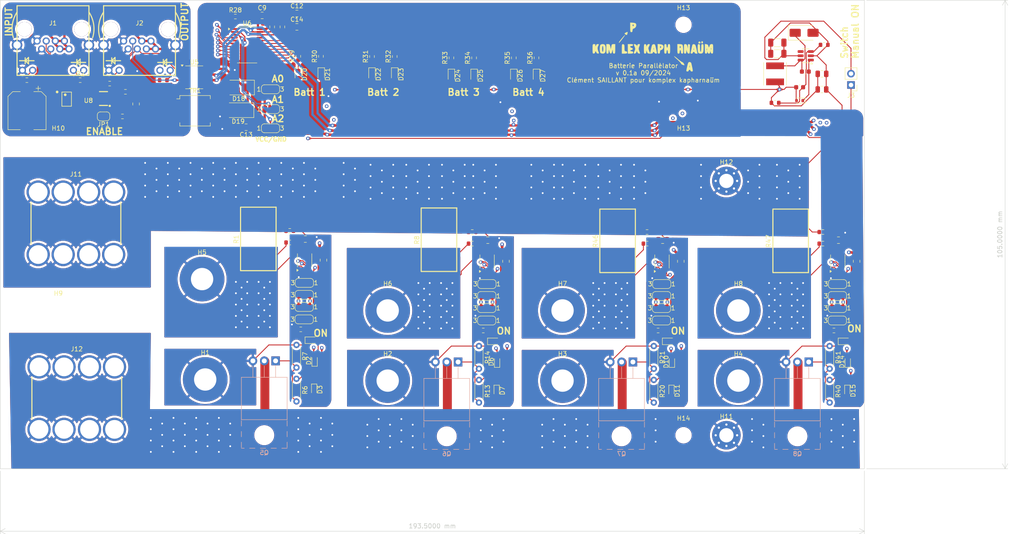
<source format=kicad_pcb>
(kicad_pcb (version 20240108) (generator "pcbnew") (generator_version "8.0")
  (layers (0 "F.Cu" signal) (1 "In1.Cu" signal) (2 "In2.Cu" signal) (31 "B.Cu" signal) (34 "B.Paste" user) (35 "F.Paste" user) (36 "B.SilkS" user "B.Silkscreen") (37 "F.SilkS" user "F.Silkscreen") (38 "B.Mask" user) (39 "F.Mask" user) (44 "Edge.Cuts" user))
  (net 0 "")
  (net 1 "VCC")
  (net 2 "GND1")
  (net 3 "Net-(U1-Vin+)")
  (net 4 "Net-(U1-Vin-)")
  (net 5 "+3.3V")
  (net 6 "GND")
  (net 7 "/BATT_SW1")
  (net 8 "/BATT_SW2")
  (net 9 "/GND_BATT")
  (net 10 "Net-(D2-K)")
  (net 11 "/BATT_SW4")
  (net 12 "Net-(D4-A)")
  (net 13 "/batteries1/IAN_A0")
  (net 14 "/batteries1/IAN_A1")
  (net 15 "/BATT_SW3")
  (net 16 "Net-(D18-A)")
  (net 17 "Net-(D19-A)")
  (net 18 "Net-(D20-K)")
  (net 19 "Net-(D21-K)")
  (net 20 "Net-(D22-K)")
  (net 21 "Net-(D23-K)")
  (net 22 "Net-(D24-K)")
  (net 23 "Net-(D25-K)")
  (net 24 "Net-(D26-K)")
  (net 25 "Net-(D27-K)")
  (net 26 "Net-(JP1-B)")
  (net 27 "/SDA")
  (net 28 "/batteries1/+BAT_IN")
  (net 29 "/SCL")
  (net 30 "Net-(J1-LEDY+)")
  (net 31 "/batteries1/-BATT OUT")
  (net 32 "/batteries1/GATE")
  (net 33 "Net-(J2-LEDY-)")
  (net 34 "/PCA_A0")
  (net 35 "/PCA_A1")
  (net 36 "/PCA_A2")
  (net 37 "Net-(J3-Pin_2)")
  (net 38 "/SCL1")
  (net 39 "/SDA1")
  (net 40 "Net-(R24-Pad1)")
  (net 41 "Net-(U8-VD2)")
  (net 42 "Net-(R25-Pad1)")
  (net 43 "Net-(U8-VD1)")
  (net 44 "Net-(U6-~{INT})")
  (net 45 "Net-(U6-P10)")
  (net 46 "Net-(U6-P11)")
  (net 47 "Net-(U6-P12)")
  (net 48 "Net-(U6-P13)")
  (net 49 "Net-(U6-P14)")
  (net 50 "Net-(U6-P15)")
  (net 51 "Net-(U6-P16)")
  (net 52 "Net-(U6-P17)")
  (net 53 "/ALERT_2")
  (net 54 "/ALERT_4")
  (net 55 "/ALERT_3")
  (net 56 "/ALERT_1")
  (net 57 "Net-(U2-Vin+)")
  (net 58 "Net-(U2-Vin-)")
  (net 59 "Net-(U3-Vin+)")
  (net 60 "Net-(U3-Vin-)")
  (net 61 "Net-(U7-Vin+)")
  (net 62 "Net-(U7-Vin-)")
  (net 63 "Net-(D6-K)")
  (net 64 "Net-(D8-A)")
  (net 65 "Net-(D10-K)")
  (net 66 "Net-(D12-A)")
  (net 68 "Net-(D14-K)")
  (net 69 "Net-(D16-A)")
  (net 70 "/batteries2/IAN_A0")
  (net 71 "/batteries2/IAN_A1")
  (net 72 "/batteries3/IAN_A0")
  (net 73 "/batteries3/IAN_A1")
  (net 74 "/batteries4/IAN_A0")
  (net 75 "/batteries4/IAN_A1")
  (net 76 "/batteries2/+BAT_IN")
  (net 77 "Net-(D9-K)")
  (net 78 "/batteries3/+BAT_IN")
  (net 79 "/batteries4/+BAT_IN")
  (net 80 "Net-(D5-K)")
  (net 81 "/batteries2/GATE")
  (net 82 "/batteries3/GATE")
  (net 83 "/batteries4/GATE")
  (net 84 "/MANUAL_SW")
  (net 85 "Net-(U10-VFB)")
  (net 86 "Net-(R2-Pad2)")
  (net 87 "+BATT")
  (net 88 "/batteries2/GND_BAT")
  (net 89 "/batteries3/GND_BAT")
  (net 90 "/batteries4/GND_BAT")
  (net 91 "Net-(J1-LEDY-)")
  (net 92 "Net-(J1-LEDG+)")
  (net 93 "Net-(U4-SDAA)")
  (net 94 "Net-(U4-SCLA)")
  (net 95 "Net-(J2-LEDG+)")
  (net 96 "Net-(J2-LEDY+)")
  (net 97 "Net-(R23-Pad2)")
  (net 98 "Net-(R1-Pad3)")
  (net 99 "Net-(R1-Pad4)")
  (net 100 "Net-(R10-Pad1)")
  (net 101 "Net-(R11-Pad2)")
  (net 102 "Net-(R17-Pad1)")
  (net 103 "Net-(R18-Pad2)")
  (net 104 "Net-(R37-Pad1)")
  (net 105 "Net-(R38-Pad2)")
  (footprint "Resistor_SMD:R_0603_1608Metric" (layer "F.Cu") (at 196.208 76.45 180)
    (property "Reference" "R38" (hide yes))
    (property "Value" "10R")
  )
  (footprint "Capacitor_SMD:C_0805_2012Metric" (layer "F.Cu") (at 160.3248 78.2828)
    (property "Reference" "C6" (hide yes))
    (property "Value" "0.1uF")
  )
  (footprint "Resistor_THT:R_Axial_DIN0204_L3.6mm_D1.6mm_P5.08mm_Horizontal" (layer "F.Cu") (at 78.3336 101.7524 -90)
    (property "Reference" "R7")
    (property "Value" "10k")
  )
  (footprint "Package_SO:SOIC-8_3.9x4.9mm_P1.27mm" (layer "F.Cu") (at 55.437 41.783)
    (property "Reference" "U5")
    (property "Value" "ISO1540DR")
  )
  (footprint "Diode_SMD:D_SOD-523" (layer "F.Cu") (at 123.2596 105.5294 90)
    (property "Reference" "D6")
    (property "Value" "1N4148W")
  )
  (footprint "Capacitor_SMD:C_0805_2012Metric" (layer "F.Cu") (at 78.425 27.47)
    (property "Reference" "C12")
    (property "Value" "1uF")
  )
  (footprint "Resistor_SMD:R_0603_1608Metric" (layer "F.Cu") (at 36.513 43.18)
    (property "Reference" "R16" (hide yes))
    (property "Value" "470R")
  )
  (footprint "Resistor_SMD:R_0603_1608Metric" (layer "F.Cu") (at 76.828 76.196 180)
    (property "Reference" "R4" (hide yes))
    (property "Value" "10R")
  )
  (footprint "Jumper:SolderJumper-3_P1.3mm_Open_RoundedPad1.0x1.5mm_NumberLabels" (layer "F.Cu") (at 199.4408 96.2838 180)
    (property "Reference" "JP19" (hide yes))
    (property "Value" "SolderJumper_3_Open" (hide yes))
  )
  (footprint "Diode_SMD:D_SOD-523" (layer "F.Cu") (at 201.676 112.0318 -90)
    (property "Reference" "D15")
    (property "Value" "1N4148W")
  )
  (footprint "Resistor_SMD:R_0603_1608Metric" (layer "F.Cu") (at 127 37.4175 90)
    (property "Reference" "R35")
    (property "Value" "330R")
  )
  (footprint "LED_SMD:LED_0603_1608Metric" (layer "F.Cu") (at 78.74 41.1225 -90)
    (property "Reference" "D20")
    (property "Value" "RED")
  )
  (footprint "Diode_SMD:D_SOD-523" (layer "F.Cu") (at 123.158 112.0318 -90)
    (property "Reference" "D7")
    (property "Value" "1N4148W")
  )
  (footprint "LED_SMD:LED_0603_1608Metric" (layer "F.Cu") (at 161.7472 100.9574)
    (property "Reference" "D12" (hide yes))
    (property "Value" "BLUE")
  )
  (footprint "LED_SMD:LED_0603_1608Metric" (layer "F.Cu") (at 118.11 41.4275 -90)
    (property "Reference" "D25")
    (property "Value" "GREEN")
  )
  (footprint "LED_SMD:LED_0603_1608Metric" (layer "F.Cu") (at 201.1172 100.9574)
    (property "Reference" "D16" (hide yes))
    (property "Value" "BLUE")
  )
  (footprint "Resistor_SMD:R_0603_1608Metric" (layer "F.Cu") (at 76.828 78.796)
    (property "Reference" "R3" (hide yes))
    (property "Value" "10R")
  )
  (footprint "Resistor_SMD:R_0603_1608Metric" (layer "F.Cu") (at 196.208 79.05)
    (property "Reference" "R37" (hide yes))
    (property "Value" "10R")
  )
  (footprint "MountingHole:MountingHole_5mm_Pad" (layer "F.Cu") (at 177.28 94.029)
    (property "Reference" "H8")
    (property "Value" "MountingHole_Pad")
  )
  (footprint "Jumper:SolderJumper-3_P1.3mm_Open_RoundedPad1.0x1.5mm_NumberLabels" (layer "F.Cu") (at 160.0916 90.7974 180)
    (property "Reference" "JP11" (hide yes))
    (property "Value" "SolderJumper_3_Open" (hide yes))
  )
  (footprint "Diode_SMD:D_SMA" (layer "F.Cu") (at 192 31.8)
    (property "Reference" "D5" (hide yes))
    (property "Value" "1A/100V" (hide yes))
  )
  (footprint "Jumper:SolderJumper-3_P1.3mm_Open_RoundedPad1.0x1.5mm_NumberLabels" (layer "F.Cu") (at 199.4616 90.7974 180)
    (property "Reference" "JP18" (hide yes))
    (property "Value" "SolderJumper_3_Open" (hide yes))
  )
  (footprint "easyeda2kicad:TH-8_L20.0-W16.0-P5.60_AMT0860001TA0000G" (layer "F.Cu") (at 29.142 113.68)
    (property "Reference" "J12")
    (property "Value" "Screw_Terminal_01x01")
  )
  (footprint "MountingHole:MountingHole_3.2mm_M3_Pad_Via" (layer "F.Cu") (at 174.6 122)
    (property "Reference" "H11")
    (property "Value" "MountingHole_Pad")
  )
  (footprint "Jumper:SolderJumper-3_P1.3mm_Open_RoundedPad1.0x1.5mm_NumberLabels" (layer "F.Cu") (at 199.4916 88.105 180)
    (property "Reference" "JP20" (hide yes))
    (property "Value" "SolderJumper_3_Open" (hide yes))
  )
  (footprint "MountingHole:MountingHole_5mm_Pad" (layer "F.Cu") (at 177.28 109.754)
    (property "Reference" "H4")
    (property "Value" "MountingHole_Pad")
  )
  (footprint "LED_SMD:LED_0603_1608Metric" (layer "F.Cu") (at 122.5992 100.9574)
    (property "Reference" "D8" (hide yes))
    (property "Value" "BLUE")
  )
  (footprint "Diode_SMD:D_SMA" (layer "F.Cu") (at 65.405 44.069 180)
    (property "Reference" "D18")
    (property "Value" "1A/100V")
  )
  (footprint "Jumper:SolderJumper-3_P1.3mm_Open_RoundedPad1.0x1.5mm_NumberLabels" (layer "F.Cu") (at 80.0608 93.2358 180)
    (property "Reference" "JP2" (hide yes))
    (property "Value" "SolderJumper_3_Open" (hide yes))
  )
  (footprint "Package_SO:VSSOP-10_3x3mm_P0.5mm" (layer "F.Cu") (at 80.1624 82.804 90)
    (property "Reference" "U1" (hide yes))
    (property "Value" "INA237")
  )
  (footprint "Capacitor_SMD:C_0805_2012Metric" (layer "F.Cu") (at 70.65 27.9)
    (property "Reference" "C9")
    (property "Value" "0.1uF")
  )
  (footprint "Inductor_SMD:L_Taiyo-Yuden_NR-50xx" (layer "F.Cu") (at 185.5 41 -90)
    (property "Reference" "L1" (hide yes))
    (property "Value" "22uH,1.5A" (hide yes))
  )
  (footprint "Resistor_SMD:R_0603_1608Metric" (layer "F.Cu") (at 17.971 42.418)
    (property "Reference" "R9" (hide yes))
    (property "Value" "470R")
  )
  (footprint "MountingHole:MountingHole_3.2mm_M3_DIN965" (layer "F.Cu") (at 165 122)
    (property "Reference" "H14")
    (property "Value" "MountingHole")
  )
  (footprint "Resistor_SMD:R_0603_1608Metric" (layer "F.Cu") (at 113.03 37.4175 90)
    (property "Reference" "R33")
    (property "Value" "330R")
  )
  (footprint "Connector_PinHeader_2.54mm:PinHeader_1x02_P2.54mm_Vertical" (layer "F.Cu") (at 202.5 43.5 180)
    (property "Reference" "J3")
    (property "Value" "Conn_01x02_Pin")
  )
  (footprint "Diode_SMD:D_SOD-523" (layer "F.Cu") (at 82.296 111.7778 -90)
    (property "Reference" "D3")
    (property "Value" "1N4148W")
  )
  (footprint "Jumper:SolderJumper-3_P1.3mm_Open_RoundedPad1.0x1.5mm_NumberLabels" (layer "F.Cu") (at 80.0816 90.5434 180)
    (property "Reference" "JP3" (hide yes))
    (property "Value" "SolderJumper_3_Open" (hide yes))
  )
  (footprint "Jumper:SolderJumper-3_P1.3mm_Open_RoundedPad1.0x1.5mm_NumberLabels" (layer "F.Cu") (at 120.9228 96.2838 180)
    (property "Reference" "JP8" (hide yes))
    (property "Value" "SolderJumper_3_Open" (hide yes))
  )
  (footprint "Capacitor_SMD:C_0805_2012Metric" (layer "F.Cu") (at 80.3148 78.0288)
    (property "Reference" "C2" (hide yes))
    (property "Value" "0.1uF")
  )
  (footprint "Resistor_SMD:R_0603_1608Metric" (layer "F.Cu") (at 39.37 50.546 180)
    (property "Reference" "R25" (hide yes))
    (property "Value" "50R")
  )
  (footprint "Jumper:SolderJumper-3_P1.3mm_Open_RoundedPad1.0x1.5mm_NumberLabels" (layer "F.Cu") (at 80.1116 87.851 180)
    (property "Reference" "JP5" (hide yes))
    (property "Value" "SolderJumper_3_Open" (hide yes))
  )
  (footprint "Jumper:SolderJumper-3_P1.3mm_Open_RoundedPad1.0x1.5mm_NumberLabels" (layer "F.Cu") (at 160.0708 96.2838 180)
    (property "Reference" "JP12" (hide yes))
    (property "Value" "SolderJumper_3_Open" (hide yes))
  )
  (footprint "Resistor_THT:R_Axial_DIN0204_L3.6mm_D1.6mm_P5.08mm_Horizontal" (layer "F.Cu") (at 78.3336 109.3394 -90)
    (property "Reference" "R6")
    (property "Value" "470R")
  )
  (footprint "Capacitor_SMD:C_0805_2012Metric" (layer "F.Cu") (at 67.056 52.959 180)
    (property "Reference" "C13")
    (property "Value" "0,1uF")
  )
  (footprint "Resistor_SMD:R_0603_1608Metric" (layer "F.Cu") (at 78.74 37.0725 90)
    (property "Reference" "R29")
    (property "Value" "330R" (hide yes))
  )
  (footprint "MountingHole:MountingHole_5mm_Pad" (layer "F.Cu") (at 57.9 109.5)
    (property "Reference" "H1")
    (property "Value" "MountingHole_Pad")
  )
  (footprint "Jumper:SolderJumper-3_P1.3mm_Open_RoundedPad1.0x1.5mm_NumberLabels" (layer "F.Cu") (at 120.9436 90.7974 180)
    (property "Reference" "JP7" (hide yes))
    (property "Value" "SolderJumper_3_Open" (hide yes))
  )
  (footprint "easyeda2kicad:RES-SMD_4P-L10.8-W6.7" (layer "F.Cu") (at 190 78.5 90)
    (property "Reference" "R47")
    (property "Value" "HOVB4026-5W-2MR-1%")
  )
  (footprint "Resistor_THT:R_Axial_DIN0204_L3.6mm_D1.6mm_P5.08mm_Horizontal" (layer "F.Cu") (at 158.3436 109.5934 -90)
    (property "Reference" "R20")
    (property "Value" "470R")
  )
  (footprint "LED_SMD:LED_0603_1608Metric" (layer "F.Cu") (at 113.03 41.4275 -90)
    (property "Reference" "D24")
    (property "Value" "RED")
  )
  (footprint "Resistor_SMD:R_0603_1608Metric" (layer "F.Cu") (at 132.08 37.4175 90)
    (property "Reference" "R36")
    (property "Value" "330R")
  )
  (footprint "MountingHole:MountingHole_3.2mm_M3_DIN965" (layer "F.Cu") (at 25 94)
    (property "Reference" "H9")
    (property "Value" "MountingHole")
  )
  (footprint "easyeda2kicad:RJ45-TH_RC01061" (layer "F.Cu") (at 23.816 36.918)
    (property "Reference" "J1")
    (property "Value" "RJ45_Shielded")
  )
  (footprint "easyeda2kicad:TH-8_L20.0-W16.0-P5.60_AMT0860001TA0000G" (layer "F.Cu") (at 28.95 74.5)
    (property "Reference" "J11")
    (property "Value" "Screw_Terminal_01x01")
  )
  (footprint "Resistor_THT:R_Axial_DIN0204_L3.6mm_D1.6mm_P5.08mm_Horizontal" (layer "F.Cu") (at 119.1956 102.0064 -90)
    (property "Reference" "R14")
    (property "Value" "10k")
  )
  (footprint "Resistor_SMD:R_0603_1608Metric" (layer "F.Cu") (at 117.69 79.05)
    (property "Reference" "R10" (hide yes))
    (property "Value" "10R")
  )
  (footprint "Resistor_SMD:R_0603_1608Metric" (layer "F.Cu") (at 156.838 79.05)
    (property "Reference" "R17" (hide yes))
    (property "Value" "10R")
  )
  (footprint "Capacitor_SMD:C_1206_3216Metric" (layer "F.Cu") (at 186 36.5 180)
    (property "Reference" "C16" (hide yes))
    (property "Value" "10uF/50V" (hide yes))
  )
  (footprint "Capacitor_SMD:C_0805_2012Metric" (layer "F.Cu") (at 121.1768 78.2828)
    (property "Reference" "C4" (hide yes))
    (property "Value" "0.1uF")
  )
  (footprint "Jumper:SolderJumper-2_P1.3mm_Open_RoundedPad1.0x1.5mm" (layer "F.Cu") (at 35.1375 50.525 180)
    (property "Reference" "JP1")
    (property "Value" "SolderJumper_2_Open" (hide yes))
  )
  (footprint "MountingHole:MountingHole_3.2mm_M3_DIN965" (layer "F.Cu") (at 165 57)
    (property "Reference" "H13")
    (property "Value" "MountingHole")
  )
  (footprint "Jumper:SolderJumper-3_P1.3mm_Open_RoundedPad1.0x1.5mm_NumberLabels" (layer "F.Cu") (at 199.4408 93.4898 180)
    (property "Reference" "JP17" (hide yes))
    (property "Value" "SolderJumper_3_Open" (hide yes))
  )
  (footprint "Resistor_THT:R_Axial_DIN0204_L3.6mm_D1.6mm_P5.08mm_Horizontal" (layer "F.Cu") (at 119.1956 109.5934 -90)
    (property "Reference" "R13")
    (property "Value" "470R")
  )
  (footprint "Capacitor_SMD:C_0805_2012Metric" (layer "F.Cu") (at 78.425 30.48)
    (property "Reference" "C14")
    (property "Value" "10uF")
  )
  (footprint "Resistor_SMD:R_0603_1608Metric" (layer "F.Cu") (at 118.11 37.4175 90)
    (property "Reference" "R34")
    (property "Value" "330R")
  )
  (footprint "Diode_SMD:D_SOD-523" (layer "F.Cu") (at 162.4076 105.5294 90)
    (property "Reference" "D10")
    (property "Value" "1N4148W")
  )
  (footprint "Jumper:SolderJumper-3_P1.3mm_Open_RoundedPad1.0x1.5mm_NumberLabels" (layer "F.Cu") (at 120.9736 88.105 180)
    (property "Reference" "JP9" (hide yes))
    (property "Value" "SolderJumper_3_Open" (hide yes))
  )
  (footprint "Resistor_SMD:R_0603_1608Metric" (layer "F.Cu") (at 185.5 47.5)
    (property "Reference" "R15" (hide yes))
    (property "Value" "52.3k/1%" (hide yes))
  )
  (footprint "MountingHole:MountingHole_3.2mm_M3_DIN965" (layer "F.Cu") (at 25 57)
    (property "Reference" "H10")
    (property "Value" "MountingHole")
  )
  (footprint "easyeda2kicad:RJ45-TH_RC01061" (layer "F.Cu") (at 43.187 36.918)
    (property "Reference" "J2")
    (property "Value" "RJ45_Shielded")
  )
  (footprint "Resistor_SMD:R_0603_1608Metric" (layer "F.Cu") (at 95.25 37.1125 90)
    (property "Reference" "R31")
    (property "Value" "330R")
  )
  (footprint "Resistor_SMD:R_0603_1608Metric" (layer "F.Cu") (at 83.82 37.0725 90)
    (property "Reference" "R30")
    (property "Value" "330R")
  )
  (footprint "MountingHole:MountingHole_5mm_Pad" (layer "F.Cu") (at 137.91 109.754)
    (property "Reference" "H3")
    (property "Value" "MountingHole_Pad")
  )
  (footprint "Package_SO:TSSOP-24_4.4x7.8mm_P0.65mm" (layer "F.Cu") (at 67.2875 34.525)
    (property "Reference" "U6")
    (property "Value" "TCA9535PWR")
  )
  (footprint "Jumper:SolderJumper-3_P1.3mm_Open_RoundedPad1.0x1.5mm_NumberLabels" (layer "F.Cu") (at 72.517 44.45)
    (property "Reference" "JP14" (hide yes))
    (property "Value" "SolderJumper_3_Open" (hide yes))
  )
  (footprint "easyeda2kicad:SOT-23-6_L2.9-W1.6-P0.95-LS2.8-BR" (layer "F.Cu") (at 35.124652 46.532102)
    (property "Reference" "U8")
    (property "Value" "VPS8505")
  )
  (footprint "Capacitor_SMD:C_0603_1608Metric" (layer "F.Cu") (at 192.275 40.5 180)
    (property "Reference" "C18" (hide yes))
    (property "Value" "0.1uF" (hide yes))
  )
  (footprint "Resistor_SMD:R_0603_1608Metric" (layer "F.Cu") (at 198.6788 98.519)
    (property "Reference" "R39" (hide yes))
    (property "Value" "470R")
  )
  (footprint "LED_SMD:LED_0603_1608Metric" (layer "F.Cu") (at 127 41.4275 -90)
    (property "Reference" "D26")
    (property "Value" "RED")
  )
  (footprint "Capacitor_SMD:C_0805_2012Metric" (layer "F.Cu") (at 84.3788 82.7532 -90)
    (property "Reference" "C3" (hide yes))
    (property "Value" "0.1uF")
  )
  (footprint "Capacitor_SMD:C_0805_2012Metric" (layer "F.Cu") (at 164.3888 83.0072 -90)
    (property "Reference" "C7" (hide yes))
    (property "Value" "0.1uF")
  )
  (footprint "Jumper:SolderJumper-3_P1.3mm_Open_RoundedPad1.0x1.5mm_NumberLabels" (layer "F.Cu") (at 72.517 53.2)
    (property "Reference" "JP16" (hide yes))
    (property "Value" "SolderJumper_3_Open" (hide yes))
  )
  (footprint "Jumper:SolderJumper-3_P1.3mm_Open_RoundedPad1.0x1.5mm_NumberLabels" (layer "F.Cu") (at 160.0708 93.4898 180)
    (property "Reference" "JP10" (hide yes))
    (property "Value" "SolderJumper_3_Open" (hide yes))
  )
  (footprint "Resistor_SMD:R_0603_1608Metric" (layer "F.Cu") (at 75.184 30.48 90)
    (property "Reference" "R27" (hide yes))
    (property "Value" "1K" (hide yes))
  )
  (footprint "Resistor_SMD:R_0603_1608Metric" (layer "F.Cu") (at 159.3088 98.519)
    (property "Reference" "R19" (hide yes))
    (property "Value" "470R")
  )
  (footprint "Diode_SMD:D_SOD-523" (layer "F.Cu") (at 162.306 112.0318 -90)
    (property "Reference" "D11")
    (property "Value" "1N4148W")
  )
  (footprint "easyeda2kicad:VSSOP-8_L3.0-W3.0-P0.65-LS5.0-BL" (layer "F.Cu") (at 26.87 46.67 -90)
    (property "Reference" "U4" (hide yes))
    (property "Value" "TCA9517ADGK")
  )
  (footprint "MountingHole:MountingHole_3.2mm_M3_DIN965" (layer "F.Cu") (at 165 30)
    (property "Reference" "H13")
    (property "Value" "MountingHole")
  )
  (footprint "LOGO" (layer "F.Cu") (at 158 35)
    (property "Reference" "G***" (hide yes))
    (property "Value" "LOGO" (hide yes))
  )
  (footprint "Resistor_SMD:R_0603_1608Metric" (layer "F.Cu") (at 72.898 30.48 90)
    (property "Reference" "R26" (hide yes))
    (property "Value" "1K" (hide yes))
  )
  (footprint "Capacitor_SMD:C_0805_2012Metric" (layer "F.Cu") (at 125.2408 83.0072 -90)
    (property "Reference" "C5" (hide yes))
    (property "Value" "0.1uF")
  )
  (footprint "Capacitor_SMD:C_0805_2012Metric" (layer "F.Cu") (at 199.6948 78.2828)
    (property "Reference" "C10" (hide yes))
    (property "Value" "0.1uF")
  )
  (footprint "Resistor_SMD:R_0603_1608Metric" (layer "F.Cu") (at 64.65 28.15)
    (property "Reference" "R28")
    (property "Value" "10K")
  )
  (footprint "easyeda2kicad:RES-SMD_4P-L10.8-W6.7" (layer "F.Cu") (at 151.25 78.5 90)
    (property "Reference" "R46")
    (property "Value" "HOVB4026-5W-2MR-1%")
  )
  (footprint "Diode_SMD:D_SOD-523" (layer "F.Cu") (at 201.7776 105.5294 90)
    (property "Reference" "D14")
    (property "Value" "1N4148W")
  )
  (footprint "Resistor_SMD:R_0603_1608Metric" (layer "F.Cu") (at 156.838 76.45 180)
    (property "Reference" "R18" (hide yes))
    (property "Value" "10R")
  )
  (footprint "LED_SMD:LED_0603_1608Metric" (layer "F.Cu") (at 95.25 41.1225 -90)
    (property "Reference" "D22")
    (property "Value" "RED")
  )
  (footprint "Resistor_SMD:R_0603_1608Metric" (layer "F.Cu") (at 117.69 76.45 180)
    (property "Reference" "R11" (hide yes))
    (property "Value" "10R")
  )
  (footprint "Resistor_SMD:R_0603_1608Metric" (layer "F.Cu") (at 120.1608 98.519)
    (property "Reference" "R12" (hide yes))
    (property "Value" "470R")
  )
  (footprint "Resistor_THT:R_Axial_DIN0204_L3.6mm_D1.6mm_P5.08mm_Horizontal" (layer "F.Cu") (at 197.7136 109.5934 -90)
    (property "Reference" "R40")
    (property "Value" "470R")
  )
  (footprint "Resistor_SMD:R_0603_1608Metric" (layer "F.Cu") (at 79.2988 98.265)
    (property "Reference" "R5" (hide yes))
    (property "Value" "470R")
  )
  (footprint "Jumper:SolderJumper-3_P1.3mm_Open_RoundedPad1.0x1.5mm_NumberLabels" (layer "F.Cu") (at 160.1216 88.105 180)
    (property "Reference" "JP13" (hide yes))
    (property "Value" "SolderJumper_3_Open" (hide yes))
  )
  (footprint "Diode_SMD:D_SMA" (layer "F.Cu") (at 65.278 49.149 180)
    (property "Reference" "D19")
    (property "Value" "1A/100V")
  )
  (footprint "Capacitor_SMD:C_0805_2012Metric" (layer "F.Cu") (at 42.418 47.752 -90)
    (property "Reference" "C8" (hide yes))
    (property "Value" "0.1uF" (hide yes))
  )
  (footprint "Resistor_SMD:R_0603_1608Metric" (layer "F.Cu") (at 196.5 34.5)
    (property "Reference" "R22" (hide yes))
    (property "Value" "10k/1%" (hide yes))
  )
  (footprint "LED_SMD:LED_0603_1608Metric" (layer "F.Cu") (at 132.08 41.4275 -90)
    (property "Reference" "D27")
    (property "Value" "GREEN")
  )
  (footprint "Package_TO_SOT_SMD:SOT-23-6" (layer "F.Cu") (at 192.3625 36.95 180)
    (property "Reference" "U10" (hide yes))
    (property "Value" "MCP16331T-E/CH" (hide yes))
  )
  (footprint "LED_SMD:LED_0603_1608Metric" (layer "F.Cu") (at 81.7372 100.7034)
    (property "Reference" "D4" (hide yes))
    (property "Value" "BLUE")
  )
  (footprint "Capacitor_SMD:C_1206_3216Metric" (layer "F.Cu") (at 186 34 180)
    (property "Reference" "C15" (hide yes))
    (property "Value" "10uF/50V" (hide yes))
  )
  (footprint "Jumper:SolderJumper-3_P1.3mm_Open_RoundedPad1.0x1.5mm_NumberLabels" (layer "F.Cu") (at 72.517 48.9)
    (property "Reference" "JP15" (hide yes))
    (property "Value" "SolderJumper_3_Open" (hide yes))
  )
  (footprint "easyeda2kicad:RES-SMD_4P-L10.8-W6.7" (layer "F.Cu") (at 70.8 78.075 90)
    (property "Reference" "R1")
    (property "Value" "HOVB4026-5W-2MR-1%")
  )
  (footprint "Package_SO:VSSOP-10_3x3mm_P0.5mm" (layer "F.Cu") (at 160.1724 83.058 90)
    (property "Reference" "U3" (hide yes))
    (property "Value" "INA237")
  )
  (footprint "Transformer_SMD:VP85BB-01A" (layer "F.Cu") (at 55.626 49.276)
    (property "Reference" "TR1")
    (property "Value" "VPT85BB-01A")
  )
  (footprint "MountingHole:MountingHole_5mm_Pad" (layer "F.Cu") (at 57.2 87)
    (property "Reference" "H5")
    (property "Value" "MountingHole_Pad")
  )
  (footprint "Resistor_SMD:R_0603_1608Metric" (layer "F.Cu") (at 40.0375 45.025 180)
    (property "Reference" "R24" (hide yes))
    (property "Value" "50R")
  )
  (footprint "Diode_SMD:D_SOD-523" (layer "F.Cu") (at 82.3976 105.2754 90)
    (property "Reference" "D2")
    (property "Value" "1N4148W")
  )
  (footprint "Capacitor_SMD:C_0805_2012Metric" (layer "F.Cu") (at 196 41)
    (property "Reference" "C20" (hide yes))
    (property "Value" "10uF" (hide yes))
  )
  (footprint "Resistor_THT:R_Axial_DIN0204_L3.6mm_D1.6mm_P5.08mm_Horizontal" (layer "F.Cu") (at 158.3436 102.0064 -90)
    (property "Reference" "R21")
    (property "Value" "10k")
  )
  (footprint "Resistor_SMD:R_0603_1608Metric" (layer "F.Cu") (at 29.909 42.418)
    (property "Reference" "R2")
    (property "Value" "470R")
  )
  (footprint "Capacitor_SMD:C_0603_1608Metric" (layer "F.Cu") (at 191 44)
    (property "Reference" "C19" (hide yes))
    (property "Value" "20pF" (hide yes))
  )
  (footprint "MountingHole:MountingHole_3.2mm_M3_Pad_Via" (layer "F.Cu") (at 174.6 65)
    (property "Reference" "H12")
    (property "Value" "MountingHole_Pad")
  )
  (footprint "Capacitor_SMD:C_0805_2012Metric" (layer "F.Cu") (at 203.7588 83.0072 -90)
    (property "Reference" "C11" (hide yes))
    (property "Value" "0.1uF")
  )
  (footprint "Resistor_SMD:R_0603_1608Metric" (layer "F.Cu") (at 100.33 37.1125 90)
    (property "Reference" "R32")
    (property "Value" "330R")
  )
  (footprint "Package_SO:VSSOP-10_3x3mm_P0.5mm" (layer "F.Cu") (at 199.5424 83.058 90)
    (property "Reference" "U7" (hide yes))
    (property "Value" "INA237")
  )
  (footprint "LED_SMD:LED_0603_1608Metric" (layer "F.Cu") (at 83.884444 41.1225 -90)
    (property "Reference" "D21")
    (property "Value" "GREEN")
  )
  (footprint "Capacitor_SMD:C_0805_2012Metric" (layer "F.Cu") (at 196 44.5)
    (property "Reference" "C21" (hide yes))
    (property "Value" "10uF" (hide yes))
  )
  (footprint "LED_SMD:LED_0603_1608Metric" (layer "F.Cu") (at 100.33 41.1225 -90)
    (property "Reference" "D23")
    (property "Value" "GREEN")
  )
  (footprint "Resistor_THT:R_Axial_DIN0204_L3.6mm_D1.6mm_P5.08mm_Horizontal" (layer "F.Cu") (at 197.7136 102.0064 -90)
    (property "Reference" "R41")
    (property "Value" "10k")
  )
  (footprint "easyeda2kicad:RES-SMD_4P-L10.8-W6.7" (layer "F.Cu") (at 111.25 78.25 90)
    (property "Reference" "R8")
    (property "Value" "HOVB4026-5W-2MR-1%")
  )
  (footprint "Diode_SMD:D_SOD-523" (layer "F.Cu") (at 191 47 180)
    (property "Reference" "D9" (hide yes))
    (property "Value" "1N4148WT" (hide yes))
  )
  (footprint "MountingHole:MountingHole_5mm_Pad" (layer "F.Cu") (at 137.91 94.029)
    (property "Reference" "H7")
    (property "Value" "MountingHole_Pad")
  )
  (footprint "Package_SO:VSSOP-10_3x3mm_P0.5mm" (layer "F.Cu") (at 121.0244 83.058 90)
    (property "Reference" "U2" (hide yes))
    (property "Value" "INA237")
  )
  (footprint "Capacitor_SMD:CP_Elec_8x10" (layer "F.Cu") (at 18 49.25 -90)
    (property "Reference" "C1" (hide yes))
    (property "Value" "10uF,16V")
  )
  (footprint "Jumper:SolderJumper-3_P1.3mm_Open_RoundedPad1.0x1.5mm_NumberLabels" (layer "F.Cu") (at 120.9228 93.4898 180)
    (property "Reference" "JP6" (hide yes))
    (property "Value" "SolderJumper_3_Open" (hide yes))
  )
  (footprint "Jumper:SolderJumper-3_P1.3mm_Open_RoundedPad1.0x1.5mm_NumberLabels" (layer "F.Cu") (at 80.0608 96.0298 180)
    (property "Reference" "JP4" (hide yes))
    (property "Value" "SolderJumper_3_Open" (hide yes))
  )
  (footprint "MountingHole:MountingHole_5mm_Pad" (layer "F.Cu") (at 98.762 94.029)
    (property "Reference" "H6")
    (property "Value" "MountingHole_Pad")
  )
  (footprint "Resistor_SMD:R_0603_1608Metric" (layer "F.Cu") (at 48.514 42.418 180)
    (property "Reference" "R23" (hide yes))
    (property "Value" "470R")
  )
  (footprint "MountingHole:MountingHole_5mm_Pad" (layer "F.Cu") (at 98.762 109.754)
    (property "Reference" "H2")
    (property "Value" "MountingHole_Pad")
  )
  (footprint "Package_TO_SOT_THT:TO-220-3_Horizontal_TabUp" (layer "B.Cu") (at 73.66 105.324 180)
    (property "Reference" "Q5")
    (property "Value" "IRFZ44NPBF")
  )
  (footprint "Package_TO_SOT_THT:TO-220-3_Horizontal_TabUp" (layer "B.Cu") (at 153.67 105.578 180)
    (property "Reference" "Q7")
    (property "Value" "IRFZ44NPBF")
  )
  (footprint "Package_TO_SOT_THT:TO-220-3_Horizontal_TabUp" (layer "B.Cu") (at 114.522 105.578 180)
    (property "Reference" "Q6")
    (property "Value" "IRFZ44NPBF")
  )
  (footprint "Package_TO_SOT_THT:TO-220-3_Horizontal_TabUp" (layer "B.Cu") (at 193.04 105.578 180)
    (property "Reference" "Q8")
    (property "Value" "IRFZ44NPBF")
  )
  (gr_rect (start 12 24.5) (end 205.5 129.5) (stroke (width 0.1)) (fill none) (layer "Edge.Cuts"))
  (gr_text "Switch\nManual ON" (at 204.325 37.775 90) (layer "F.SilkS") (effects (font (size 1.5 1.5) (thickness 0.3) (bold yes)) (justify left bottom)))
  (gr_text "Batt 2" (at 94 46 0) (layer "F.SilkS") (effects (font (size 1.5 1.5) (thickness 0.3) (bold yes)) (justify left bottom)))
  (gr_text "OUTPUT" (at 54.2 33.8 90) (layer "F.SilkS") (effects (font (size 1.5 1.5) (thickness 0.3) (bold yes)) (justify left bottom)))
  (gr_text "VCC/GND" (at 69 56.25 0) (layer "F.SilkS") (effects (font (size 1 1) (thickness 0.25) (bold yes)) (justify left bottom)))
  (gr_text "A2" (at 72.646238 51.917953 0) (layer "F.SilkS") (effects (font (size 1.5 1.5) (thickness 0.3) (bold yes)) (justify left bottom)))
  (gr_text "A0" (at 72.6 43 0) (layer "F.SilkS") (effects (font (size 1.5 1.5) (thickness 0.3) (bold yes)) (justify left bottom)))
  (gr_text "ON" (at 123 99.5 0) (layer "F.SilkS") (effects (font (size 1.5 1.5) (thickness 0.3) (bold yes)) (justify left bottom)))
  (gr_text "ON" (at 201.5 99 0) (layer "F.SilkS") (effects (font (size 1.5 1.5) (thickness 0.3) (bold yes)) (justify left bottom)))
  (gr_text "Batt 3" (at 112 46 0) (layer "F.SilkS") (effects (font (size 1.5 1.5) (thickness 0.3) (bold yes)) (justify left bottom)))
  (gr_text "ON" (at 162 99.5 0) (layer "F.SilkS") (effects (font (size 1.5 1.5) (thickness 0.3) (bold yes)) (justify left bottom)))
  (gr_text "Batterie Parallèlator\nv 0.1a 09/2024\nClément SAILLANT pour komplex kapharnaüm" (at 156 43 0) (layer "F.SilkS") (effects (font (size 1 1)) (justify bottom)))
  (gr_text "INPUT" (at 14.8 32.8 90) (layer "F.SilkS") (effects (font (size 1.5 1.5) (thickness 0.3) (bold yes)) (justify left bottom)))
  (gr_text "ON" (at 82 100 0) (layer "F.SilkS") (effects (font (size 1.5 1.5) (thickness 0.3) (bold yes)) (justify left bottom)))
  (gr_text "Batt 1" (at 77.5 46 0) (layer "F.SilkS") (effects (font (size 1.5 1.5) (thickness 0.3) (bold yes)) (justify left bottom)))
  (gr_text "A1" (at 72.6 47.6 0) (layer "F.SilkS") (effects (font (size 1.5 1.5) (thickness 0.3) (bold yes)) (justify left bottom)))
  (gr_text "Batt 4" (at 126.5 46 0) (layer "F.SilkS") (effects (font (size 1.5 1.5) (thickness 0.3) (bold yes)) (justify left bottom)))
  (gr_text "ENABLE" (at 31 54.8 0) (layer "F.SilkS") (effects (font (size 1.5 1.5) (thickness 0.3) (bold yes)) (justify left bottom)))
  (dimension (type aligned) (layer "Edge.Cuts") (pts (xy 205.5 24.5) (xy 205.5 129.5)) (height -31.5) (gr_text "105.0000 mm" (at 235.85 77 90) (layer "Edge.Cuts") (effects (font (size 1 1) (thickness 0.15)))) (format (prefix "") (suffix "") (units 3) (units_format 1) (precision 4)) (style (thickness 0.1) (arrow_length 1.27) (text_position_mode 0) (extension_height 0.58642) (extension_offset 0.5) keep_text_aligned))
  (dimension (type aligned) (layer "Edge.Cuts") (pts (xy 12 129.5) (xy 205.5 129.5)) (height 14) (gr_text "193.5000 mm" (at 108.75 142.35 0) (layer "Edge.Cuts") (effects (font (size 1 1) (thickness 0.15)))) (format (prefix "") (suffix "") (units 3) (units_format 1) (precision 4)) (style (thickness 0.1) (arrow_length 1.27) (text_position_mode 0) (extension_height 0.58642) (extension_offset 0.5) keep_text_aligned))
  (segment (start 46.767 34.658) (end 45.747 33.638) (width 0.5) (layer "F.Cu") (net 1))
  (segment (start 42.418 46.802) (end 42.992 46.802) (width 0.5) (layer "F.Cu") (net 1))
  (segment (start 29.21 27.94) (end 26.376 30.774) (width 0.5) (layer "F.Cu") (net 1))
  (segment (start 26 51.63) (end 26.77 52.4) (width 0.5) (layer "F.Cu") (net 1))
  (segment (start 25.356 35.418) (end 24.336 34.398) (width 0.5) (layer "F.Cu") (net 1))
  (segment (start 18 46) (end 18 43.214) (width 0.5) (layer "F.Cu") (net 1))
  (segment (start 26 46.210467) (end 26.520467 45.69) (width 0.5) (layer "F.Cu") (net 1))
  (segment (start 35.574652 49.851652) (end 35.574652 47.244) (width 0.5) (layer "F.Cu") (net 1))
  (segment (start 26 51.63) (end 23.23 51.63) (width 0.5) (layer "F.Cu") (net 1))
  (segment (start 20.406 40.808) (end 20.406 39.006) (width 0.5) (layer "F.Cu") (net 1))
  (segment (start 26.75 47.65) (end 29 47.65) (width 0.5) (layer "F.Cu") (net 1))
  (segment (start 26.520467 45.69) (end 29 45.69) (width 0.5) (layer "F.Cu") (net 1))
  (segment (start 26 46.210467) (end 25.479533 45.69) (width 0.5) (layer "F.Cu") (net 1))
  (segment (start 45.747 33.638) (end 43.707 33.638) (width 0.5) (layer "F.Cu") (net 1))
  (segment (start 46.767 35.418) (end 48.118 35.418) (width 0.5) (layer "F.Cu") (net 1))
  (segment (start 26.77 52.4) (end 34.364547 52.4) (width 0.5) (layer "F.Cu") (net 1))
  (segment (start 26 51.63) (end 26 48.4) (width 0.5) (layer "F.Cu") (net 1))
  (segment (start 26.376 30.774) (end 26.376 33.638) (width 0.5) (layer "F.Cu") (net 1))
  (segment (start 48.118 35.418) (end 52.578 39.878) (width 0.5) (layer "F.Cu") (net 1))
  (segment (start 46.767 35.418) (end 44.727 35.418) (width 0.5) (layer "F.Cu") (net 1))
  (segment (start 26.376 34.398) (end 26.376 33.638) (width 0.5) (layer "F.Cu") (net 1))
  (segment (start 35.574652 46.832102) (end 35.874652 46.532102) (width 0.5) (layer "F.Cu") (net 1))
  (segment (start 26 48.4) (end 26 46.210467) (width 0.5) (layer "F.Cu") (net 1))
  (segment (start 23.23 51.63) (end 18 46.4) (width 0.5) (layer "F.Cu") (net 1))
  (segment (start 45.466 49.276) (end 51.689 49.276) (width 0.5) (layer "F.Cu") (net 1))
  (segment (start 43.707 33.638) (end 38.009 27.94) (width 0.5) (layer "F.Cu") (net 1))
  (segment (start 25.479533 45.69) (end 24.74 45.69) (width 0.5) (layer "F.Cu") (net 1))
  (segment (start 38.009 27.94) (end 29.21 27.94) (width 0.5) (layer "F.Cu") (net 1))
  (segment (start 22.298 31.6) (end 24.336 33.638) (width 0.5) (layer "F.Cu") (net 1))
  (segment (start 35.574652 44.943348) (end 35.574652 47.244) (width 0.2) (layer "F.Cu") (net 1))
  (segment (start 37.338 43.18) (end 35.574652 44.943348) (width 0.2) (layer "F.Cu") (net 1))
  (segment (start 18 43.214) (end 18.796 42.418) (width 0.5) (layer "F.Cu") (net 1))
  (segment (start 36.474652 46.532102) (end 42.148102 46.532102) (width 0.5) (layer "F.Cu") (net 1))
  (segment (start 20 31.6) (end 22.298 31.6) (width 0.5) (layer "F.Cu") (net 1))
  (segment (start 26 48.4) (end 26.75 47.65) (width 0.5) (layer "F.Cu") (net 1))
  (segment (start 26.376 33.638) (end 24.336 33.638) (width 0.5) (layer "F.Cu") (net 1))
  (segment (start 34.364547 52.4) (end 35.7875 50.977047) (width 0.5) (layer "F.Cu") (net 1))
  (segment (start 24.336 34.398) (end 24.336 33.638) (width 0.5) (layer "F.Cu") (net 1))
  (segment (start 20.406 39.006) (end 17.8 36.4) (width 0.5) (layer "F.Cu") (net 1))
  (segment (start 17.8 33.8) (end 20 31.6) (width 0.5) (layer "F.Cu") (net 1))
  (segment (start 36.386 46.736) (end 36.175 46.525) (width 0.5) (layer "F.Cu") (net 1))
  (segment (start 27.396 35.418) (end 26.376 34.398) (width 0.5) (layer "F.Cu") (net 1))
  (segment (start 35.7875 50.0645) (end 35.574652 49.851652) (width 0.5) (layer "F.Cu") (net 1))
  (segment (start 35.874652 46.532102) (end 36.474652 46.532102) (width 0.5) (layer "F.Cu") (net 1))
  (segment (start 42.148102 46.532102) (end 42.418 46.802) (width 0.5) (layer "F.Cu") (net 1))
  (segment (start 18.796 42.418) (end 20.406 40.808) (width 0.5) (layer "F.Cu") (net 1))
  (segment (start 46.767 35.418) (end 46.767 34.658) (width 0.5) (layer "F.Cu") (net 1))
  (segment (start 42.992 46.802) (end 45.466 49.276) (width 0.5) (layer "F.Cu") (net 1))
  (segment (start 35.574652 47.244) (end 35.574652 46.832102) (width 0.5) (layer "F.Cu") (net 1))
  (segment (start 27.396 35.418) (end 25.356 35.418) (width 0.5) (layer "F.Cu") (net 1))
  (segment (start 17.8 36.4) (end 17.8 33.8) (width 0.5) (layer "F.Cu") (net 1))
  (via (at 42.672 40.386) (size 0.8) (drill 0.4) (layers "F.Cu" "B.Cu") (net 2))
  (segment (start 77.653 78.796) (end 78.5976 78.796) (width 0.2) (layer "F.Cu") (net 3))
  (segment (start 78.5976 78.796) (end 79.3648 78.0288) (width 0.2) (layer "F.Cu") (net 3))
  (segment (start 79.1624 78.2312) (end 79.1624 80.604) (width 0.2) (layer "F.Cu") (net 3))
  (segment (start 79.6624 80.604) (end 79.6624 79.3924) (width 0.2) (layer "F.Cu") (net 4))
  (segment (start 79.6624 79.3924) (end 81.026 78.0288) (width 0.2) (layer "F.Cu") (net 4))
  (segment (start 79.432 76.196) (end 81.2648 78.0288) (width 0.2) (layer "F.Cu") (net 4))
  (segment (start 77.653 76.196) (end 79.432 76.196) (width 0.2) (layer "F.Cu") (net 4))
  (segment (start 75.184 29.9212) (end 75.7428 30.48) (width 0.5) (layer "F.Cu") (net 5))
  (segment (start 82.3616 81.8032) (end 84.3788 81.8032) (width 0.2) (layer "F.Cu") (net 5))
  (segment (start 122.0244 80.858) (end 123.2236 82.0572) (width 0.2) (layer "F.Cu") (net 5))
  (segment (start 161.4216 89.1002) (end 161.4216 88.105) (width 0.5) (layer "F.Cu") (net 5))
  (segment (start 70.15 30.95) (end 71.603 30.95) (width 0.5) (layer "F.Cu") (net 5))
  (segment (start 66.675 44.069) (end 62.484 39.878) (width 0.5) (layer "F.Cu") (net 5))
  (segment (start 162.251691 89.930291) (end 162.251691 95.402909) (width 0.5) (layer "F.Cu") (net 5))
  (segment (start 202.6838 83.1322) (end 203.7588 82.0572) (width 0.5) (layer "F.Cu") (net 5))
  (segment (start 72.898 29.655) (end 75.184 29.655) (width 0.5) (layer "F.Cu") (net 5))
  (segment (start 200.7916 89.1002) (end 200.7916 88.105) (width 0.5) (layer "F.Cu") (net 5))
  (segment (start 57.912 38.862) (end 58.928 39.878) (width 0.5) (layer "F.Cu") (net 5))
  (segment (start 201.7416 82.0572) (end 203.7588 82.0572) (width 0.2) (layer "F.Cu") (net 5))
  (segment (start 69.807 54.61) (end 69.3175 54.61) (width 0.5) (layer "F.Cu") (net 5))
  (segment (start 62.484 39.878) (end 58.928 39.878) (width 0.5) (layer "F.Cu") (net 5))
  (segment (start 200.7916 87.8032) (end 202.6838 85.911) (width 0.5) (layer "F.Cu") (net 5))
  (segment (start 67.278 49.149) (end 68 49.871) (width 0.5) (layer "F.Cu") (net 5))
  (segment (start 82.241691 95.148909) (end 81.3608 96.0298) (width 0.5) (layer "F.Cu") (net 5))
  (segment (start 75.184 29.655) (end 75.184 29.9212) (width 0.5) (layer "F.Cu") (net 5))
  (segment (start 83.3038 82.8782) (end 84.3788 81.8032) (width 0.5) (layer "F.Cu") (net 5))
  (segment (start 83.5152 78.9432) (end 83.5152 80.9396) (width 0.5) (layer "F.Cu") (net 5))
  (segment (start 85.2 54.634394) (end 158.513073 54.634394) (width 0.5) (layer "F.Cu") (net 5))
  (segment (start 202.6838 85.911) (end 202.6838 83.1322) (width 0.5) (layer "F.Cu") (net 5))
  (segment (start 75.7428 30.48) (end 77.475 30.48) (width 0.5) (layer "F.Cu") (net 5))
  (segment (start 71.217 44.45) (end 71.217 48.9) (width 0.5) (layer "F.Cu") (net 5))
  (segment (start 201.621691 95.402909) (end 200.7408 96.2838) (width 0.5) (layer "F.Cu") (net 5))
  (segment (start 71.217 53.2) (end 69.807 54.61) (width 0.5) (layer "F.Cu") (net 5))
  (segment (start 163.3138 83.1322) (end 164.3888 82.0572) (width 0.5) (layer "F.Cu") (net 5))
  (segment (start 70.15 30.95) (end 69.7 30.5) (width 0.5) (layer "F.Cu") (net 5))
  (segment (start 65.725 27.9) (end 65.475 28.15) (width 0.5) (layer "F.Cu") (net 5))
  (segment (start 68 49.871) (end 68 52.953) (width 0.5) (layer "F.Cu") (net 5))
  (segment (start 202.7016 81) (end 202 81) (width 0.5) (layer "F.Cu") (net 5))
  (segment (start 57.912 28.956) (end 57.912 38.862) (width 0.5) (layer "F.Cu") (net 5))
  (segment (start 71.603 30.95) (end 72.898 29.655) (width 0.5) (layer "F.Cu") (net 5))
  (segment (start 201.621691 89.930291) (end 201.621691 95.402909) (width 0.5) (layer "F.Cu") (net 5))
  (segment (start 124.1658 85.911) (end 124.1658 83.1322) (width 0.5) (layer "F.Cu") (net 5))
  (segment (start 191.943604 53) (end 193.463853 54.520249) (width 0.5) (layer "F.Cu") (net 5))
  (segment (start 158.632696 54.754017) (end 160.386713 53) (width 0.5) (layer "F.Cu") (net 5))
  (segment (start 82.241691 89.676291) (end 82.241691 95.148909) (width 0.5) (layer "F.Cu") (net 5))
  (segment (start 158.513073 54.634394) (end 158.632696 54.754017) (width 0.5) (layer "F.Cu") (net 5))
  (segment (start 161.1724 80.858) (end 161.1724 81.7224) (width 0.2) (layer "F.Cu") (net 5))
  (segment (start 122.2736 89.1002) (end 122.2736 88.105) (width 0.5) (layer "F.Cu") (net 5))
  (segment (start 164.3888 82.0572) (end 162.778303 80.446703) (width 0.5) (layer "F.Cu") (net 5))
  (segment (start 69.3175 54.61) (end 69.5025 54.425) (width 0.5) (layer "F.Cu") (net 5))
  (segment (start 84.990606 54.425) (end 85.2 54.634394) (width 0.5) (layer "F.Cu") (net 5))
  (segment (start 124.3772 79.1972) (end 124.3772 81.1936) (width 0.5) (layer "F.Cu") (net 5))
  (segment (start 122.2736 87.8032) (end 124.1658 85.911) (width 0.5) (layer "F.Cu") (net 5))
  (segment (start 81.4116 87.5492) (end 83.3038 85.657) (width 0.5) (layer "F.Cu") (net 5))
  (segment (start 69.7 27.9) (end 65.725 27.9) (width 0.5) (layer "F.Cu") (net 5))
  (segment (start 69.7 30.5) (end 69.7 27.9) (width 0.5) (layer "F.Cu") (net 5))
  (segment (start 58.928 39.878) (end 57.912 39.878) (width 0.5) (layer "F.Cu") (net 5))
  (segment (start 75.29 29.655) (end 77.475 27.47) (width 0.5) (layer "F.Cu") (net 5))
  (segment (start 161.5072 82.0572) (end 164.3888 82.0572) (width 0.2) (layer "F.Cu") (net 5))
  (segment (start 124.3772 81.1936) (end 125.2408 82.0572) (width 0.5) (layer "F.Cu") (net 5))
  (segment (start 71.217 48.9) (end 71.217 53.2) (width 0.5) (layer "F.Cu") (net 5))
  (segment (start 65.475 28.15) (end 64.65 27.325) (width 0.5) (layer "F.Cu") (net 5))
  (segment (start 83.5152 80.9396) (end 84.3788 81.8032) (width 0.5) (layer "F.Cu") (net 5))
  (segment (start 69.3175 54.61) (end 68.072 53.3645) (width 0.5) (layer "F.Cu") (net 5))
  (segment (start 200.5424 80.858) (end 201.7416 82.0572) (width 0.2) (layer "F.Cu") (net 5))
  (segment (start 81.1624 80.604) (end 82.3616 81.8032) (width 0.2) (layer "F.Cu") (net 5))
  (segment (start 162.251691 95.402909) (end 161.3708 96.2838) (width 0.5) (layer "F.Cu") (net 5))
  (segment (start 82.241691 89.676291) (end 81.4116 88.8462) (width 0.5) (layer "F.Cu") (net 5))
  (segment (start 162.251691 89.930291) (end 161.4216 89.1002) (width 0.5) (layer "F.Cu") (net 5))
  (segment (start 161.1724 81.7224) (end 161.5072 82.0572) (width 0.2) (layer "F.Cu") (net 5))
  (segment (start 123.103691 89.930291) (end 122.2736 89.1002) (width 0.5) (layer "F.Cu") (net 5))
  (segment (start 81.4116 88.8462) (end 81.4116 87.851) (width 0.5) (layer "F.Cu") (net 5))
  (segment (start 123.2236 82.0572) (end 125.2408 82.0572) (width 0.2) (layer "F.Cu") (net 5))
  (segment (start 163.3138 85.911) (end 163.3138 83.1322) (width 0.5) (layer "F.Cu") (net 5))
  (segment (start 201.621691 89.930291) (end 200.7916 89.1002) (width 0.5) (layer "F.Cu") (net 5))
  (segment (start 123.103691 89.930291) (end 123.103691 95.402909) (width 0.5) (layer "F.Cu") (net 5))
  (segment (start 83.3038 85.657) (end 83.3038 82.8782) (width 0.5) (layer "F.Cu") (net 5))
  (segment (start 161.4216 87.8032) (end 163.3138 85.911) (width 0.5) (layer "F.Cu") (net 5))
  (segment (start 160.386713 53) (end 191.943604 53) (width 0.5) (layer "F.Cu") (net 5))
  (segment (start 69.5025 54.425) (end 84.990606 54.425) (width 0.5) (layer "F.Cu") (net 5))
  (segment (start 67.405 44.069) (end 67.405 49.022) (width 0.5) (layer "F.Cu") (net 5))
  (segment (start 64.65 27.325) (end 59.543 27.325) (width 0.5) (layer "F.Cu") (net 5))
  (segment (start 203.7588 82.0572) (end 202.7016 81) (width 0.5) (layer "F.Cu") (net 5))
  (segment (start 123.103691 95.402909) (end 122.2228 96.2838) (width 0.5) (layer "F.Cu") (net 5))
  (segment (start 124.1658 83.1322) (end 125.2408 82.0572) (width 0.5) (layer "F.Cu") (net 5))
  (segment (start 59.543 27.325) (end 57.912 28.956) (width 0.5) (layer "F.Cu") (net 5))
  (via (at 193.463853 54.520249) (size 0.8) (drill 0.4) (layers "F.Cu" "B.Cu") (net 5))
  (via (at 83.5152 78.9432) (size 0.8) (drill 0.4) (layers "F.Cu" "B.Cu") (net 5))
  (via (at 126.47 54.761623) (size 0.8) (drill 0.4) (layers "F.Cu" "B.Cu") (net 5))
  (via (at 158.632696 54.754017) (size 0.8) (drill 0.4) (layers "F.Cu" "B.Cu") (net 5))
  (via (at 85.2 54.634394) (size 0.8) (drill 0.4) (layers "F.Cu" "B.Cu") (net 5))
  (via (at 202 81) (size 0.8) (drill 0.4) (layers "F.Cu" "B.Cu") (net 5))
  (via (at 124.3772 79.1972) (size 0.8) (drill 0.4) (layers "F.Cu" "B.Cu") (net 5))
  (via (at 162.778303 80.446703) (size 0.8) (drill 0.4) (layers "F.Cu" "B.Cu") (net 5))
  (segment (start 161.597601 79.2078) (end 162.4422 79.2078) (width 0.2) (layer "F.Cu") (net 6))
  (segment (start 200.0424 80.242012) (end 200.484412 79.8) (width 0.2) (layer "F.Cu") (net 6))
  (segment (start 121.5244 80.858) (end 121.5244 80.1196) (width 0.2) (layer "F.Cu") (net 6))
  (segment (start 200.484412 79.8) (end 201.4 79.8) (width 0.2) (layer "F.Cu") (net 6))
  (segment (start 81.5742 78.9538) (end 81.9298 78.9538) (width 0.2) (layer "F.Cu") (net 6))
  (segment (start 201.8 79.4) (end 201.8 77.2) (width 0.2) (layer "F.Cu") (net 6))
  (segment (start 162.4422 79.2078) (end 162.8 78.85) (width 0.2) (layer "F.Cu") (net 6))
  (segment (start 81.9298 78.9538) (end 82.8548 78.0288) (width 0.2) (layer "F.Cu") (net 6))
  (segment (start 82.8548 78.0288) (end 82.8548 77.5716) (width 0.2) (layer "F.Cu") (net 6))
  (segment (start 200.0424 80.858) (end 200.0424 80.242012) (width 0.2) (layer "F.Cu") (net 6))
  (segment (start 80.6624 80.604) (end 80.6624 79.8656) (width 0.2) (layer "F.Cu") (net 6))
  (segment (start 160.6724 80.858) (end 160.6724 80.133001) (width 0.2) (layer "F.Cu") (net 6))
  (segment (start 201.8 77.2) (end 201.2 76.6) (width 0.2) (layer "F.Cu") (net 6))
  (segment (start 123.7168 78.2828) (end 123.7168 77.8256) (width 0.2) (layer "F.Cu") (net 6))
  (segment (start 160.6724 80.133001) (end 161.597601 79.2078) (width 0.2) (layer "F.Cu") (net 6))
  (segment (start 122.7918 79.2078) (end 123.7168 78.2828) (width 0.2) (layer "F.Cu") (net 6))
  (segment (start 122.4362 79.2078) (end 122.7918 79.2078) (width 0.2) (layer "F.Cu") (net 6))
  (segment (start 201.4 79.8) (end 201.8 79.4) (width 0.2) (layer "F.Cu") (net 6))
  (segment (start 80.6624 79.8656) (end 81.5742 78.9538) (width 0.2) (layer "F.Cu") (net 6))
  (segment (start 121.5244 80.1196) (end 122.4362 79.2078) (width 0.2) (layer "F.Cu") (net 6))
  (via (at 157.9944 86.8) (size 0.8) (drill 0.4) (layers "F.Cu" "B.Cu") (net 6))
  (via (at 124 47.36) (size 0.8) (drill 0.4) (layers "F.Cu" "B.Cu") (net 6))
  (via (at 118.4 95.2) (size 0.8) (drill 0.4) (layers "F.Cu" "B.Cu") (net 6))
  (via (at 61.722 53.34) (size 0.8) (drill 0.4) (layers "F.Cu" "B.Cu") (net 6))
  (via (at 85.5 46) (size 0.8) (drill 0.4) (layers "F.Cu" "B.Cu") (net 6))
  (via (at 61.214 50.546) (size 0.8) (drill 0.4) (layers "F.Cu" "B.Cu") (net 6))
  (via (at 201.2 76.6) (size 0.8) (drill 0.4) (layers "F.Cu" "B.Cu") (net 6))
  (via (at 159.512 47.244) (size 0.8) (drill 0.4) (layers "F.Cu" "B.Cu") (net 6))
  (via (at 82.8548 77.5716) (size 0.8) (drill 0.4) (layers "F.Cu" "B.Cu") (net 6))
  (via (at 197.2 95.2) (size 0.8) (drill 0.4) (layers "F.Cu" "B.Cu") (net 6))
  (via (at 78.8416 86.5632) (size 0.8) (drill 0.4) (layers "F.Cu" "B.Cu") (net 6))
  (via (at 64.514699 40.133301) (size 0.8) (drill 0.4) (layers "F.Cu" "B.Cu") (net 6))
  (via (at 157.8 95.2) (size 0.8) (drill 0.4) (layers "F.Cu" "B.Cu") (net 6))
  (via (at 123.7168 77.8256) (size 0.8) (drill 0.4) (layers "F.Cu" "B.Cu") (net 6))
  (via (at 77.3176 97.1804) (size 0.8) (drill 0.4) (layers "F.Cu" "B.Cu") (net 6))
  (via (at 168.2 47) (size 0.8) (drill 0.4) (layers "F.Cu" "B.Cu") (net 6))
  (via (at 119.4 86.8) (size 0.8) (drill 0.4) (layers "F.Cu" "B.Cu") (net 6))
  (via (at 162.8 78.85) (size 0.8) (drill 0.4) (layers "F.Cu" "B.Cu") (net 6))
  (via (at 198 86.8) (size 0.8) (drill 0.4) (layers "F.Cu" "B.Cu") (net 6))
  (segment (start 82.1944 102.3112) (end 82.1944 103.4222) (width 0.2) (layer "F.Cu") (net 7))
  (segment (start 62.465966 34.85) (end 64.425 34.85) (width 0.2) (layer "F.Cu") (net 7))
  (segment (start 60.690518 33.074552) (end 62.465966 34.85) (width 0.2) (layer "F.Cu") (net 7))
  (segment (start 82.3976 103.6254) (end 82.3976 104.5754) (width 0.2) (layer "F.Cu") (net 7))
  (segment (start 82.1944 103.4222) (end 82.3976 103.6254) (width 0.2) (layer "F.Cu") (net 7))
  (via (at 60.690518 33.074552) (size 0.8) (drill 0.4) (layers "F.Cu" "B.Cu") (net 7))
  (via (at 85.09 48.26) (size 0.8) (drill 0.4) (layers "F.Cu" "B.Cu") (net 7))
  (via (at 82.1944 102.3112) (size 0.8) (drill 0.4) (layers "F.Cu" "B.Cu") (net 7))
  (segment (start 60.684785 32.22029) (end 62.664495 34.2) (width 0.2) (layer "F.Cu") (net 8))
  (segment (start 60.40725 32.22029) (end 60.684785 32.22029) (width 0.2) (layer "F.Cu") (net 8))
  (segment (start 123.2596 103.0096) (end 123.2596 104.8294) (width 0.2) (layer "F.Cu") (net 8))
  (segment (start 123 102.75) (end 123.2596 103.0096) (width 0.2) (layer "F.Cu") (net 8))
  (segment (start 62.664495 34.2) (end 64.425 34.2) (width 0.2) (layer "F.Cu") (net 8))
  (segment (start 123 102.5) (end 123 102.75) (width 0.2) (layer "F.Cu") (net 8))
  (via (at 126.607717 49.392283) (size 0.8) (drill 0.4) (layers "F.Cu" "B.Cu") (net 8))
  (via (at 60.40725 32.22029) (size 0.8) (drill 0.4) (layers "F.Cu" "B.Cu") (net 8))
  (via (at 123 102.5) (size 0.8) (drill 0.4) (layers "F.Cu" "B.Cu") (net 8))
  (segment (start 196.95 44.5) (end 196.95 41) (width 0.2) (layer "F.Cu") (net 9))
  (segment (start 194.875 36.95) (end 197.325 34.5) (width 0.2) (layer "F.Cu") (net 9))
  (segment (start 196.95 39.025) (end 196.95 41) (width 0.2) (layer "F.Cu") (net 9))
  (segment (start 79.9007 101.7524) (end 80.9497 100.7034) (width 0.2) (layer "F.Cu") (net 9))
  (segment (start 161.55 53.625) (end 159.7 55.475) (width 0.2) (layer "F.Cu") (net 9))
  (segment (start 184.525 36.5) (end 184.525 34) (width 0.2) (layer "F.Cu") (net 9))
  (segment (start 78.3336 101.7524) (end 79.9007 101.7524) (width 0.2) (layer "F.Cu") (net 9))
  (segment (start 193.153192 55.270249) (end 191.507943 53.625) (width 0.2) (layer "F.Cu") (net 9))
  (segment (start 72.1516 101.7524) (end 78.3336 101.7524) (width 0.2) (layer "F.Cu") (net 9))
  (segment (start 196.95 44.5) (end 200.5 48.05) (width 0.2) (layer "F.Cu") (net 9))
  (segment (start 200.5 52) (end 197.229751 55.270249) (width 0.2) (layer "F.Cu") (net 9))
  (segment (start 197.325 33.725) (end 197.325 34.5) (width 0.2) (layer "F.Cu") (net 9))
  (segment (start 159.7 55.475) (end 80.9 55.475) (width 0.2) (layer "F.Cu") (net 9))
  (segment (start 188.925 29.6) (end 193.2 29.6) (width 0.2) (layer "F.Cu") (net 9))
  (segment (start 68.58 105.324) (end 72.1516 101.7524) (width 0.2) (layer "F.Cu") (net 9))
  (segment (start 193.5 36.95) (end 194.875 36.95) (width 0.2) (layer "F.Cu") (net 9))
  (segment (start 197.229751 55.270249) (end 193.153192 55.270249) (width 0.2) (layer "F.Cu") (net 9))
  (segment (start 191.507943 53.625) (end 161.55 53.625) (width 0.2) (layer "F.Cu") (net 9))
  (segment (start 200.5 48.05) (end 200.5 52) (width 0.2) (layer "F.Cu") (net 9))
  (segment (start 193.2 29.6) (end 197.325 33.725) (width 0.2) (layer "F.Cu") (net 9))
  (segment (start 184.525 34) (end 188.925 29.6) (width 0.2) (layer "F.Cu") (net 9))
  (segment (start 194.875 36.95) (end 196.95 39.025) (width 0.2) (layer "F.Cu") (net 9))
  (via (at 80.9 55.475) (size 0.8) (drill 0.4) (layers "F.Cu" "B.Cu") (net 9))
  (segment (start 78.3336 109.3394) (end 79.0336 109.3394) (width 0.2) (layer "F.Cu") (net 10))
  (segment (start 83.1976 105.1754) (end 82.3976 105.9754) (width 0.2) (layer "F.Cu") (net 10))
  (segment (start 81.159564 98.265) (end 83.1976 100.303036) (width 0.2) (layer "F.Cu") (net 10))
  (segment (start 79.0336 109.3394) (end 82.3976 105.9754) (width 0.2) (layer "F.Cu") (net 10))
  (segment (start 83.1976 100.303036) (end 83.1976 105.1754) (width 0.2) (layer "F.Cu") (net 10))
  (segment (start 82.296 111.0778) (end 82.296 106.077) (width 0.2) (layer "F.Cu") (net 10))
  (segment (start 80.1238 98.265) (end 81.159564 98.265) (width 0.2) (layer "F.Cu") (net 10))
  (segment (start 62.225995 32.9) (end 61.552807 32.226812) (width 0.2) (layer "F.Cu") (net 11))
  (segment (start 61.552807 32.226812) (end 61.552807 31.052807) (width 0.2) (layer "F.Cu") (net 11))
  (segment (start 201.7776 104.8294) (end 201.7776 103.8794) (width 0.2) (layer "F.Cu") (net 11))
  (segment (start 64.425 32.9) (end 62.225995 32.9) (width 0.2) (layer "F.Cu") (net 11))
  (segment (start 61.552807 31.052807) (end 60.5 30) (width 0.2) (layer "F.Cu") (net 11))
  (segment (start 201.5744 102.5652) (end 201.5744 103.6762) (width 0.2) (layer "F.Cu") (net 11))
  (segment (start 201.7776 103.8794) (end 201.5744 103.6762) (width 0.2) (layer "F.Cu") (net 11))
  (via (at 201.5744 102.5652) (size 0.8) (drill 0.4) (layers "F.Cu" "B.Cu") (net 11))
  (via (at 197.035293 51.964707) (size 0.8) (drill 0.4) (layers "F.Cu" "B.Cu") (net 11))
  (via (at 60.5 30) (size 0.8) (drill 0.4) (layers "F.Cu" "B.Cu") (net 11))
  (segment (start 82.5247 100.7034) (end 80.7613 98.94) (width 0.2) (layer "F.Cu") (net 12))
  (segment (start 80.7613 98.94) (end 79.1488 98.94) (width 0.2) (layer "F.Cu") (net 12))
  (segment (start 79.1488 98.94) (end 78.4738 98.265) (width 0.2) (layer "F.Cu") (net 12))
  (segment (start 78.486 84.851071) (end 77.6732 85.663871) (width 0.2) (layer "F.Cu") (net 13))
  (segment (start 78.486 84.4904) (end 78.486 84.851071) (width 0.2) (layer "F.Cu") (net 13))
  (segment (start 77.6732 93.400657) (end 78.463343 94.1908) (width 0.2) (layer "F.Cu") (net 13))
  (segment (start 77.6732 85.663871) (end 77.6732 93.400657) (width 0.2) (layer "F.Cu") (net 13))
  (segment (start 79.353388 84.079) (end 78.8974 84.079) (width 0.2) (layer "F.Cu") (net 13))
  (segment (start 79.395714 94.1908) (end 80.0608 94.855886) (width 0.2) (layer "F.Cu") (net 13))
  (segment (start 80.0608 94.855886) (end 80.0608 96.0298) (width 0.2) (layer "F.Cu") (net 13))
  (segment (start 80.0608 93.2358) (end 80.0608 96.0298) (width 0.2) (layer "F.Cu") (net 13))
  (segment (start 78.8974 84.079) (end 78.486 84.4904) (width 0.2) (layer "F.Cu") (net 13))
  (segment (start 78.463343 94.1908) (end 79.395714 94.1908) (width 0.2) (layer "F.Cu") (net 13))
  (segment (start 79.6624 84.388012) (end 79.353388 84.079) (width 0.2) (layer "F.Cu") (net 13))
  (segment (start 80.0816 90.5434) (end 80.0816 87.881) (width 0.2) (layer "F.Cu") (net 14))
  (segment (start 79.1624 85.9518) (end 79.1624 85.004) (width 0.2) (layer "F.Cu") (net 14))
  (segment (start 80.1116 86.901) (end 79.1624 85.9518) (width 0.2) (layer "F.Cu") (net 14))
  (segment (start 80.1116 87.851) (end 80.1116 86.901) (width 0.2) (layer "F.Cu") (net 14))
  (segment (start 162.2044 102.5652) (end 162.2044 103.6762) (width 0.2) (layer "F.Cu") (net 15))
  (segment (start 162.4076 103.8794) (end 162.2044 103.6762) (width 0.2) (layer "F.Cu") (net 15))
  (segment (start 60.604736 31.227266) (end 61.252807 31.875337) (width 0.2) (layer "F.Cu") (net 15))
  (segment (start 62.451731 33.55) (end 64.425 33.55) (width 0.2) (layer "F.Cu") (net 15))
  (segment (start 61.252807 32.351076) (end 62.451731 33.55) (width 0.2) (layer "F.Cu") (net 15))
  (segment (start 162.4076 104.8294) (end 162.4076 103.8794) (width 0.2) (layer "F.Cu") (net 15))
  (segment (start 61.252807 31.875337) (end 61.252807 32.351076) (width 0.2) (layer "F.Cu") (net 15))
  (via (at 60.604736 31.227266) (size 0.8) (drill 0.4) (layers "F.Cu" "B.Cu") (net 15))
  (via (at 164.762312 49.871141) (size 0.8) (drill 0.4) (layers "F.Cu" "B.Cu") (net 15))
  (via (at 162.2044 102.5652) (size 0.8) (drill 0.4) (layers "F.Cu" "B.Cu") (net 15))
  (segment (start 62.23 46.736) (end 59.435 46.736) (width 0.5) (layer "F.Cu") (net 16))
  (segment (start 63.405 44.069) (end 63.405 45.561) (width 0.5) (layer "F.Cu") (net 16))
  (segment (start 63.405 45.561) (end 62.23 46.736) (width 0.5) (layer "F.Cu") (net 16))
  (segment (start 62.992 51.816) (end 59.435 51.816) (width 0.5) (layer "F.Cu") (net 17))
  (segment (start 63.278 49.149) (end 63.278 51.53) (width 0.5) (layer "F.Cu") (net 17))
  (segment (start 63.278 51.53) (end 62.992 51.816) (width 0.5) (layer "F.Cu") (net 17))
  (segment (start 78.74 37.8975) (end 78.74 40.335) (width 0.2) (layer "F.Cu") (net 18))
  (segment (start 83.82 37.8975) (end 83.82 40.270556) (width 0.2) (layer "F.Cu") (net 19))
  (segment (start 95.25 37.9375) (end 95.25 40.335) (width 0.2) (layer "F.Cu") (net 20))
  (segment (start 100.33 37.9375) (end 100.33 40.335) (width 0.2) (layer "F.Cu") (net 21))
  (segment (start 113.03 38.2425) (end 113.03 40.64) (width 0.2) (layer "F.Cu") (net 22))
  (segment (start 118.11 38.2425) (end 118.11 40.64) (width 0.2) (layer "F.Cu") (net 23))
  (segment (start 127 38.2425) (end 127 40.64) (width 0.2) (layer "F.Cu") (net 24))
  (segment (start 132.08 38.2425) (end 132.08 40.64) (width 0.2) (layer "F.Cu") (net 25))
  (segment (start 34.024652 46.532102) (end 34.798 47.30545) (width 0.2) (layer "F.Cu") (net 26))
  (segment (start 34.798 47.30545) (end 34.798 50.2145) (width 0.2) (layer "F.Cu") (net 26))
  (segment (start 160.6724 84.533001) (end 159.892215 83.752816) (width 0.2) (layer "F.Cu") (net 27))
  (segment (start 159.2 51.8) (end 158.5 52.5) (width 0.5) (layer "F.Cu") (net 27))
  (segment (start 159.892215 83.752816) (end 159.516319 83.752816) (width 0.2) (layer "F.Cu") (net 27))
  (segment (start 200.0424 84.533001) (end 199.262215 83.752816) (width 0.2) (layer "F.Cu") (net 27))
  (segment (start 80.6624 85.004) (end 80.6624 84.279001) (width 0.2) (layer "F.Cu") (net 27))
  (segment (start 60.371671 41.437668) (end 60.082003 41.148) (width 0.5) (layer "F.Cu") (net 27))
  (segment (start 68.43 31.6) (end 68.072 31.242) (width 0.25) (layer "F.Cu") (net 27))
  (segment (start 72.603 31.6) (end 72.898 31.305) (width 0.25) (layer "F.Cu") (net 27))
  (segment (start 161.3916 92.169) (end 161.3916 93.469) (width 0.2) (layer "F.Cu") (net 27))
  (segment (start 193.77 51.8) (end 159.2 51.8) (width 0.5) (layer "F.Cu") (net 27))
  (segment (start 200.7616 90.7974) (end 200.7616 92.169) (width 0.2) (layer "F.Cu") (net 27))
  (segment (start 86.4 52.572891) (end 158.427109 52.572891) (width 0.5) (layer "F.Cu") (net 27))
  (segment (start 122.2436 92.169) (end 122.2436 93.469) (width 0.2) (layer "F.Cu") (net 27))
  (segment (start 121.5244 84.533001) (end 120.744215 83.752816) (width 0.2) (layer "F.Cu") (net 27))
  (segment (start 160.6724 85.258) (end 160.6724 84.533001) (width 0.2) (layer "F.Cu") (net 27))
  (segment (start 81.3816 90.5434) (end 81.3816 91.915) (width 0.2) (layer "F.Cu") (net 27))
  (segment (start 79.882215 83.498816) (end 79.506319 83.498816) (width 0.2) (layer "F.Cu") (net 27))
  (segment (start 70.15 31.6) (end 68.43 31.6) (width 0.25) (layer "F.Cu") (net 27))
  (segment (start 199.262215 83.752816) (end 198.886319 83.752816) (width 0.2) (layer "F.Cu") (net 27))
  (segment (start 158.427109 52.572891) (end 158.5 52.5) (width 0.5) (layer "F.Cu") (net 27))
  (segment (start 161.3916 90.7974) (end 161.3916 92.169) (width 0.2) (layer "F.Cu") (net 27))
  (segment (start 200.0424 85.258) (end 200.0424 84.533001) (width 0.2) (layer "F.Cu") (net 27))
  (segment (start 81.3816 91.915) (end 81.3816 93.215) (width 0.2) (layer "F.Cu") (net 27))
  (segment (start 194.121397 51.448603) (end 193.77 51.8) (width 0.5) (layer "F.Cu") (net 27))
  (segment (start 120.744215 83.752816) (end 120.368319 83.752816) (width 0.2) (layer "F.Cu") (net 27))
  (segment (start 121.5244 85.258) (end 121.5244 84.533001) (width 0.2) (layer "F.Cu") (net 27))
  (segment (start 200.7616 92.169) (end 200.7616 93.469) (width 0.2) (layer "F.Cu") (net 27))
  (segment (start 60.082003 41.148) (end 57.912 41.148) (width 0.5) (layer "F.Cu") (net 27))
  (segment (start 80.6624 84.279001) (end 79.882215 83.498816) (width 0.2) (layer "F.Cu") (net 27))
  (segment (start 122.2436 90.7974) (end 122.2436 92.169) (width 0.2) (layer "F.Cu") (net 27))
  (segment (start 70.15 31.6) (end 72.603 31.6) (width 0.25) (layer "F.Cu") (net 27))
  (via (at 122.2436 92.169) (size 0.8) (drill 0.4) (layers "F.Cu" "B.Cu") (net 27))
  (via (at 158.5 52.5) (size 0.8) (drill 0.4) (layers "F.Cu" "B.Cu") (net 27))
  (via (at 159.516319 83.752816) (size 0.8) (drill 0.4) (layers "F.Cu" "B.Cu") (net 27))
  (via (at 194.121397 51.448603) (size 0.8) (drill 0.4) (layers "F.Cu" "B.Cu") (net 27))
  (via (at 198.886319 83.752816) (size 0.8) (drill 0.4) (layers "F.Cu" "B.Cu") (net 27))
  (via (at 81.3816 91.915) (size 0.8) (drill 0.4) (layers "F.Cu" "B.Cu") (net 27))
  (via (at 161.3916 92.169) (size 0.8) (drill 0.4) (layers "F.Cu" "B.Cu") (net 27))
  (via (at 68.072 31.242) (size 0.8) (drill 0.4) (layers "F.Cu" "B.Cu") (net 27))
  (via (at 60.371671 41.437668) (size 0.8) (drill 0.4) (layers "F.Cu" "B.Cu") (net 27))
  (via (at 120.368319 83.752816) (size 0.8) (drill 0.4) (layers "F.Cu" "B.Cu") (net 27))
  (via (at 126.917493 52.357589) (size 0.8) (drill 0.4) (layers "F.Cu" "B.Cu") (net 27))
  (via (at 200.7616 92.169) (size 0.8) (drill 0.4) (layers "F.Cu" "B.Cu") (net 27))
  (via (at 79.506319 83.498816) (size 0.8) (drill 0.4) (layers "F.Cu" "B.Cu") (net 27))
  (via (at 86.4 52.572891) (size 0.8) (drill 0.4) (layers "F.Cu" "B.Cu") (net 27))
  (segment (start 85.80223 52.572891) (end 86.4 52.572891) (width 0.5) (layer "B.Cu") (net 27))
  (segment (start 65.710452 30.525) (end 67.355 30.525) (width 0.5) (layer "B.Cu") (net 27))
  (segment (start 60.583804 41.437668) (end 62.008445 40.013027) (width 0.5) (layer "B.Cu") (net 27))
  (segment (start 62.008445 40.013027) (end 62.008445 34.227007) (width 0.5) (layer "B.Cu") (net 27))
  (segment (start 62.008445 34.227007) (end 65.710452 30.525) (width 0.5) (layer "B.Cu") (net 27))
  (segment (start 83.07 49.840661) (end 85.80223 52.572891) (width 0.5) (layer "B.Cu") (net 27))
  (segment (start 60.371671 41.437668) (end 60.583804 41.437668) (width 0.5) (layer "B.Cu") (net 27))
  (segment (start 68.689 30.625) (end 70.63 30.625) (width 0.5) (layer "B.Cu") (net 27))
  (segment (start 68.072 31.242) (end 68.689 30.625) (width 0.5) (layer "B.Cu") (net 27))
  (segment (start 70.63 30.625) (end 83.07 43.065) (width 0.5) (layer "B.Cu") (net 27))
  (segment (start 83.07 43.065) (end 83.07 49.840661) (width 0.5) (layer "B.Cu") (net 27))
  (segment (start 67.355 30.525) (end 68.072 31.242) (width 0.5) (layer "B.Cu") (net 27))
  (segment (start 80.1624 80.604) (end 80.1624 81.328999) (width 0.2) (layer "F.Cu") (net 28))
  (segment (start 71.355 85.25) (end 68.85 82.745) (width 0.2) (layer "F.Cu") (net 28))
  (segment (start 79.804999 81.6864) (end 77.3136 81.6864) (width 0.2) (layer "F.Cu") (net 28))
  (segment (start 77.3136 81.6864) (end 73.75 85.25) (width 0.2) (layer "F.Cu") (net 28))
  (segment (start 80.1624 81.328999) (end 79.804999 81.6864) (width 0.2) (layer "F.Cu") (net 28))
  (segment (start 73.75 85.25) (end 71.355 85.25) (width 0.2) (layer "F.Cu") (net 28))
  (via (at 69.85 90.17) (size 0.8) (drill 0.4) (layers "F.Cu" "B.Cu") (net 28))
  (via (at 64.77 95.25) (size 0.8) (drill 0.4) (layers "F.Cu" "B.Cu") (net 28))
  (via (at 69.85 87.63) (size 0.8) (drill 0.4) (layers "F.Cu" "B.Cu") (net 28))
  (via (at 66.04 91.44) (size 0.8) (drill 0.4) (layers "F.Cu" "B.Cu") (net 28))
  (via (at 72.39 87.63) (size 0.8) (drill 0.4) (layers "F.Cu" "B.Cu") (net 28))
  (via (at 72.39 95.25) (size 0.8) (drill 0.4) (layers "F.Cu" "B.Cu") (net 28))
  (via (at 67.31 95.25) (size 0.8) (drill 0.4) (layers "F.Cu" "B.Cu") (net 28))
  (via (at 67.31 97.79) (size 0.8) (drill 0.4) (layers "F.Cu" "B.Cu") (net 28))
  (via (at 69.85 97.79) (size 0.8) (drill 0.4) (layers "F.Cu" "B.Cu") (net 28))
  (via (at 64.77 90.17) (size 0.8) (drill 0.4) (layers "F.Cu" "B.Cu") (net 28))
  (via (at 72.39 97.79) (size 0.8) (drill 0.4) (layers "F.Cu" "B.Cu") (net 28))
  (via (at 67.31 87.63) (size 0.8) (drill 0.4) (layers "F.Cu" "B.Cu") (net 28))
  (via (at 72.39 90.17) (size 0.8) (drill 0.4) (layers "F.Cu" "B.Cu") (net 28))
  (via (at 71.12 96.52) (size 0.8) (drill 0.4) (layers "F.Cu" "B.Cu") (net 28))
  (via (at 67.31 92.71) (size 0.8) (drill 0.4) (layers "F.Cu" "B.Cu") (net 28))
  (via (at 64.77 92.71) (size 0.8) (drill 0.4) (layers "F.Cu" "B.Cu") (net 28))
  (via (at 71.12 93.98) (size 0.8) (drill 0.4) (layers "F.Cu" "B.Cu") (net 28))
  (via (at 66.04 88.9) (size 0.8) (drill 0.4) (layers "F.Cu" "B.Cu") (net 28))
  (via (at 69.85 92.71) (size 0.8) (drill 0.4) (layers "F.Cu" "B.Cu") (net 28))
  (via (at 64.77 87.63) (size 0.8) (drill 0.4) (layers "F.Cu" "B.Cu") (net 28))
  (via (at 67.31 90.17) (size 0.8) (drill 0.4) (layers "F.Cu" "B.Cu") (net 28))
  (via (at 66.04 96.52) (size 0.8) (drill 0.4) (layers "F.Cu" "B.Cu") (net 28))
  (via (at 66.04 93.98) (size 0.8) (drill 0.4) (layers "F.Cu" "B.Cu") (net 28))
  (via (at 72.39 92.71) (size 0.8) (drill 0.4) (layers "F.Cu" "B.Cu") (net 28))
  (via (at 64.77 97.79) (size 0.8) (drill 0.4) (layers "F.Cu" "B.Cu") (net 28))
  (via (at 71.12 91.44) (size 0.8) (drill 0.4) (layers "F.Cu" "B.Cu") (net 28))
  (via (at 69.85 95.25) (size 0.8) (drill 0.4) (layers "F.Cu" "B.Cu") (net 28))
  (via (at 71.12 88.9) (size 0.8) (drill 0.4) (layers "F.Cu" "B.Cu") (net 28))
  (segment (start 119.608784 83.152816) (end 119.5512 83.2104) (width 0.2) (layer "F.Cu") (net 29))
  (segment (start 198.1616 92.169) (end 198.1616 93.469) (width 0.2) (layer "F.Cu") (net 29))
  (segment (start 78.7816 91.915) (end 78.7816 93.215) (width 0.2) (layer "F.Cu") (net 29))
  (segment (start 161.1724 84.533001) (end 159.792215 83.152816) (width 0.2) (layer "F.Cu") (net 29))
  (segment (start 78.746784 82.898816) (end 78.6892 82.9564) (width 0.2) (layer "F.Cu") (net 29))
  (segment (start 119.6436 90.7974) (end 119.6436 92.169) (width 0.2) (layer "F.Cu") (net 29))
  (segment (start 158.7916 92.169) (end 158.7916 93.469) (width 0.2) (layer "F.Cu") (net 29))
  (segment (start 119.6436 92.169) (end 119.6436 93.469) (width 0.2) (layer "F.Cu") (net 29))
  (segment (start 158.534172 53.708647) (end 159.842819 52.4) (width 0.5) (layer "F.Cu") (net 29))
  (segment (start 198.1616 90.7974) (end 198.1616 92.169) (width 0.2) (layer "F.Cu") (net 29))
  (segment (start 67.526624 32.079598) (end 67.707516 32.079598) (width 0.25) (layer "F.Cu") (net 29))
  (segment (start 158.531609 53.71121) (end 158.534172 53.708647) (width 0.5) (layer "F.Cu") (net 29))
  (segment (start 70.15 32.25) (end 74.239 32.25) (width 0.25) (layer "F.Cu") (net 29))
  (segment (start 198.126784 83.152816) (end 198.0692 83.2104) (width 0.2) (layer "F.Cu") (net 29))
  (segment (start 161.1724 85.258) (end 161.1724 84.533001) (width 0.2) (layer "F.Cu") (net 29))
  (segment (start 74.239 32.25) (end 75.184 31.305) (width 0.25) (layer "F.Cu") (net 29))
  (segment (start 120.644215 83.152816) (end 119.608784 83.152816) (width 0.2) (layer "F.Cu") (net 29))
  (segment (start 81.1624 85.004) (end 81.1624 84.279001) (width 0.2) (layer "F.Cu") (net 29))
  (segment (start 193.202206 52.4) (end 194.201103 53.398897) (width 0.5) (layer "F.Cu") (net 29))
  (segment (start 158.756784 83.152816) (end 158.6992 83.2104) (width 0.2) (layer "F.Cu") (net 29))
  (segment (start 85.8 53.71121) (end 158.531609 53.71121) (width 0.5) (layer "F.Cu") (net 29))
  (segment (start 122.0244 84.533001) (end 120.644215 83.152816) (width 0.2) (layer "F.Cu") (net 29))
  (segment (start 159.792215 83.152816) (end 158.756784 83.152816) (width 0.2) (layer "F.Cu") (net 29))
  (segment (start 200.5424 85.258) (end 200.5424 84.533001) (width 0.2) (layer "F.Cu") (net 29))
  (segment (start 200.5424 84.533001) (end 199.162215 83.152816) (width 0.2) (layer "F.Cu") (net 29))
  (segment (start 67.707516 32.079598) (end 67.877918 32.25) (width 0.25) (layer "F.Cu") (net 29))
  (segment (start 199.162215 83.152816) (end 198.126784 83.152816) (width 0.2) (layer "F.Cu") (net 29))
  (segment (start 158.7916 90.7974) (end 158.7916 92.169) (width 0.2) (layer "F.Cu") (net 29))
  (segment (start 79.782215 82.898816) (end 78.746784 82.898816) (width 0.2) (layer "F.Cu") (net 29))
  (segment (start 67.877918 32.25) (end 70.15 32.25) (width 0.25) (layer "F.Cu") (net 29))
  (segment (start 60.452 42.418) (end 57.912 42.418) (width 0.5) (layer "F.Cu") (net 29))
  (segment (start 122.0244 85.258) (end 122.0244 84.533001) (width 0.2) (layer "F.Cu") (net 29))
  (segment (start 78.7816 90.5434) (end 78.7816 91.915) (width 0.2) (layer "F.Cu") (net 29))
  (segment (start 159.842819 52.4) (end 193.202206 52.4) (width 0.5) (layer "F.Cu") (net 29))
  (segment (start 81.1624 84.279001) (end 79.782215 82.898816) (width 0.2) (layer "F.Cu") (net 29))
  (via (at 198.0692 83.2104) (size 0.8) (drill 0.4) (layers "F.Cu" "B.Cu") (net 29))
  (via (at 78.7816 91.915) (size 0.8) (drill 0.4) (layers "F.Cu" "B.Cu") (net 29))
  (via (at 158.6992 83.2104) (size 0.8) (drill 0.4) (layers "F.Cu" "B.Cu") (net 29))
  (via (at 158.7916 92.169) (size 0.8) (drill 0.4) (layers "F.Cu" "B.Cu") (net 29))
  (via (at 126.516655 53.605223) (size 0.8) (drill 0.4) (layers "F.Cu" "B.Cu") (net 29))
  (via (at 198.1616 92.169) (size 0.8) (drill 0.4) (layers "F.Cu" "B.Cu") (net 29))
  (via (at 60.452 42.418) (size 0.8) (drill 0.4) (layers "F.Cu" "B.Cu") (net 29))
  (via (at 119.5512 83.2104) (size 0.8) (drill 0.4) (layers "F.Cu" "B.Cu") (net 29))
  (via (at 85.8 53.71121) (size 0.8) (drill 0.4) (layers "F.Cu" "B.Cu") (net 29))
  (via (at 78.6892 82.9564) (size 0.8) (drill 0.4) (layers "F.Cu" "B.Cu") (net 29))
  (via (at 194.201103 53.398897) (size 0.8) (drill 0.4) (layers "F.Cu" "B.Cu") (net 29))
  (via (at 119.6436 92.169) (size 0.8) (drill 0.4) (layers "F.Cu" "B.Cu") (net 29))
  (via (at 67.526624 32.079598) (size 0.8) (drill 0.4) (layers "F.Cu" "B.Cu") (net 29))
  (via (at 158.534172 53.708647) (size 0.8) (drill 0.4) (layers "F.Cu" "B.Cu") (net 29))
  (segment (start 67.526624 32.079598) (end 70.179598 32.079598) (width 0.5) (layer "B.Cu") (net 29))
  (segment (start 62.608445 34.743394) (end 66.126839 31.225) (width 0.5) (layer "B.Cu") (net 29))
  (segment (start 66.672026 31.225) (end 67.526624 32.079598) (width 0.5) (layer "B.Cu") (net 29))
  (segment (start 66.126839 31.225) (end 66.672026 31.225) (width 0.5) (layer "B.Cu") (net 29))
  (segment (start 62.608445 40.261555) (end 62.608445 34.743394) (width 0.5) (layer "B.Cu") (net 29))
  (segment (start 81.915 50.111559) (end 85.514651 53.71121) (width 0.5) (layer "B.Cu") (net 29))
  (segment (start 81.915 43.815) (end 81.915 50.111559) (width 0.5) (layer "B.Cu") (net 29))
  (segment (start 60.452 42.418) (end 62.608445 40.261555) (width 0.5) (layer "B.Cu") (net 29))
  (segment (start 85.514651 53.71121) (end 85.8 53.71121) (width 0.5) (layer "B.Cu") (net 29))
  (segment (start 70.179598 32.079598) (end 81.915 43.815) (width 0.5) (layer "B.Cu") (net 29))
  (segment (start 190.6375 117.2315) (end 191.77 118.364) (width 2) (layer "F.Cu") (net 31))
  (segment (start 112.1195 105.67) (end 112.1195 117.2315) (width 2) (layer "F.Cu") (net 31))
  (segment (start 112.1195 117.2315) (end 113.252 118.364) (width 2) (layer "F.Cu") (net 31))
  (segment (start 151.2675 105.67) (end 151.2675 117.2315) (width 2) (layer "F.Cu") (net 31))
  (segment (start 151.2675 117.2315) (end 152.4 118.364) (width 2) (layer "F.Cu") (net 31))
  (segment (start 71.2575 105.416) (end 71.2575 116.9775) (width 2) (layer "F.Cu") (net 31))
  (segment (start 190.6375 105.67) (end 190.6375 117.2315) (width 2) (layer "F.Cu") (net 31))
  (segment (start 71.2575 116.9775) (end 72.39 118.11) (width 2) (layer "F.Cu") (net 31))
  (via (at 86.36 121.92) (size 0.8) (drill 0.4) (layers "F.Cu" "B.Cu") (net 31))
  (via (at 198.12 123.444) (size 0.8) (drill 0.4) (layers "F.Cu" "B.Cu") (net 31))
  (via (at 122.142 119.634) (size 0.8) (drill 0.4) (layers "F.Cu" "B.Cu") (net 31))
  (via (at 81.28 124.46) (size 0.8) (drill 0.4) (layers "F.Cu" "B.Cu") (net 31))
  (via (at 78.74 120.65) (size 0.8) (drill 0.4) (layers "F.Cu" "B.Cu") (net 31))
  (via (at 158.75 120.904) (size 0.8) (drill 0.4) (layers "F.Cu" "B.Cu") (net 31))
  (via (at 58.42 124.46) (size 0.8) (drill 0.4) (layers "F.Cu" "B.Cu") (net 31))
  (via (at 119.602 118.364) (size 0.8) (drill 0.4) (layers "F.Cu" "B.Cu") (net 31))
  (via (at 58.42 119.38) (size 0.8) (drill 0.4) (layers "F.Cu" "B.Cu") (net 31))
  (via (at 48.26 119.38) (size 0.8) (drill 0.4) (layers "F.Cu" "B.Cu") (net 31))
  (via (at 45.72 125.73) (size 0.8) (drill 0.4) (layers "F.Cu" "B.Cu") (net 31))
  (via (at 140.97 123.444) (size 0.8) (drill 0.4) (layers "F.Cu" "B.Cu") (net 31))
  (via (at 60.96 123.19) (size 0.8) (drill 0.4) (layers "F.Cu" "B.Cu") (net 31))
  (via (at 101.822 118.364) (size 0.8) (drill 0.4) (layers "F.Cu" "B.Cu") (net 31))
  (via (at 50.8 123.19) (size 0.8) (drill 0.4) (layers "F.Cu" "B.Cu") (net 31))
  (via (at 96.742 123.444) (size 0.8) (drill 0.4) (layers "F.Cu" "B.Cu") (net 31))
  (via (at 140.97 118.364) (size 0.8) (drill 0.4) (layers "F.Cu" "B.Cu") (net 31))
  (via (at 78.74 118.11) (size 0.8) (drill 0.4) (layers "F.Cu" "B.Cu") (net 31))
  (via (at 133.35 119.634) (size 0.8) (drill 0.4) (layers "F.Cu" "B.Cu") (net 31))
  (via (at 182.88 119.634) (size 0.8) (drill 0.4) (layers "F.Cu" "B.Cu") (net 31))
  (via (at 124.682 120.904) (size 0.8) (drill 0.4) (layers "F.Cu" "B.Cu") (net 31))
  (via (at 86.36 124.46) (size 0.8) (drill 0.4) (layers "F.Cu" "B.Cu") (net 31))
  (via (at 55.88 120.65) (size 0.8) (drill 0.4) (layers "F.Cu" "B.Cu") (net 31))
  (via (at 203.2 120.904) (size 0.8) (drill 0.4) (layers "F.Cu" "B.Cu") (net 31))
  (via (at 104.362 124.714) (size 0.8) (drill 0.4) (layers "F.Cu" "B.Cu") (net 31))
  (via (at 50.8 120.65) (size 0.8) (drill 0.4) (layers "F.Cu" "B.Cu") (net 31))
  (via (at 55.88 123.19) (size 0.8) (drill 0.4) (layers "F.Cu" "B.Cu") (net 31))
  (via (at 99.282 124.714) (size 0.8) (drill 0.4) (layers "F.Cu" "B.Cu") (net 31))
  (via (at 55.88 125.73) (size 0.8) (drill 0.4) (layers "F.Cu" "B.Cu") (net 31))
  (via (at 133.35 122.174) (size 0.8) (drill 0.4) (layers "F.Cu" "B.Cu") (net 31))
  (via (at 48.26 121.92) (size 0.8) (drill 0.4) (layers "F.Cu" "B.Cu") (net 31))
  (via (at 198.12 120.904) (size 0.8) (drill 0.4) (layers "F.Cu" "B.Cu") (net 31))
  (via (at 124.682 118.364) (size 0.8) (drill 0.4) (layers "F.Cu" "B.Cu") (net 31))
  (via (at 133.35 124.714) (size 0.8) (drill 0.4) (layers "F.Cu" "B.Cu") (net 31))
  (via (at 135.89 120.904) (size 0.8) (drill 0.4) (layers "F.Cu" "B.Cu") (net 31))
  (via (at 94.202 119.634) (size 0.8) (drill 0.4) (layers "F.Cu" "B.Cu") (net 31))
  (via (at 180.34 123.444) (size 0.8) (drill 0.4) (layers "F.Cu" "B.Cu") (net 31))
  (via (at 81.28 121.92) (size 0.8) (drill 0.4) (layers "F.Cu" "B.Cu") (net 31))
  (via (at 53.34 119.38) (size 0.8) (drill 0.4) (layers "F.Cu" "B.Cu") (net 31))
  (via (at 50.8 118.11) (size 0.8) (drill 0.4) (layers "F.Cu" "B.Cu") (net 31))
  (via (at 96.742 120.904) (size 0.8) (drill 0.4) (layers "F.Cu" "B.Cu") (net 31))
  (via (at 99.282 122.174) (size 0.8) (drill 0.4) (layers "F.Cu" "B.Cu") (net 31))
  (via (at 135.89 123.444) (size 0.8) (drill 0.4) (layers "F.Cu" "B.Cu") (net 31))
  (via (at 203.2 123.444) (size 0.8) (drill 0.4) (layers "F.Cu" "B.Cu") (net 31))
  (via (at 60.96 125.73) (size 0.8) (drill 0.4) (layers "F.Cu" "B.Cu") (net 31))
  (via (at 45.72 123.19) (size 0.8) (drill 0.4) (layers "F.Cu" "B.Cu") (net 31))
  (via (at 143.51 119.634) (size 0.8) (drill 0.4) (layers "F.Cu" "B.Cu") (net 31))
  (via (at 63.5 121.92) (size 0.8) (drill 0.4) (layers "F.Cu" "B.Cu") (net 31))
  (via (at 63.5 119.38) (size 0.8) (drill 0.4) (layers "F.Cu" "B.Cu") (net 31))
  (via (at 83.82 120.65) (size 0.8) (drill 0.4) (layers "F.Cu" "B.Cu") (net 31))
  (via (at 182.88 122.174) (size 0.8) (drill 0.4) (layers "F.Cu" "B.Cu") (net 31))
  (via (at 83.82 118.11) (size 0.8) (drill 0.4) (layers "F.Cu" "B.Cu") (net 31))
  (via (at 63.5 124.46) (size 0.8) (drill 0.4) (layers "F.Cu" "B.Cu") (net 31))
  (via (at 48.26 124.46) (size 0.8) (drill 0.4) (layers "F.Cu" "B.Cu") (net 31))
  (via (at 99.282 119.634) (size 0.8) (drill 0.4) (layers "F.Cu" "B.Cu") (net 31))
  (via (at 198.12 118.364) (size 0.8) (drill 0.4) (layers "F.Cu" "B.Cu") (net 31))
  (via (at 94.202 122.174) (size 0.8) (drill 0.4) (layers "F.Cu" "B.Cu") (net 31))
  (via (at 58.42 121.92) (size 0.8) (drill 0.4) (layers "F.Cu" "B.Cu") (net 31))
  (via (at 50.8 125.73) (size 0.8) (drill 0.4) (layers "F.Cu" "B.Cu") (net 31))
  (via (at 78.74 125.73) (size 0.8) (drill 0.4) (layers "F.Cu" "B.Cu") (net 31))
  (via (at 124.682 123.444) (size 0.8) (drill 0.4) (layers "F.Cu" "B.Cu") (net 31))
  (via (at 203.2 118.364) (size 0.8) (drill 0.4) (layers "F.Cu" "B.Cu") (net 31))
  (via (at 86.36 119.38) (size 0.8) (drill 0.4) (layers "F.Cu" "B.Cu") (net 31))
  (via (at 122.142 122.174) (size 0.8) (drill 0.4) (layers "F.Cu" "B.Cu") (net 31))
  (via (at 122.142 124.714) (size 0.8) (drill 0.4) (layers "F.Cu" "B.Cu") (net 31))
  (via (at 140.97 120.904) (size 0.8) (drill 0.4) (layers "F.Cu" "B.Cu") (net 31))
  (via (at 104.362 119.634) (size 0.8) (drill 0.4) (layers "F.Cu" "B.Cu") (net 31))
  (via (at 60.96 120.65) (size 0.8) (drill 0.4) (layers "F.Cu" "B.Cu") (net 31))
  (via (at 45.72 120.65) (size 0.8) (drill 0.4) (layers "F.Cu" "B.Cu") (net 31))
  (via (at 138.43 124.714) (size 0.8) (drill 0.4) (layers "F.Cu" "B.Cu") (net 31))
  (via (at 200.66 119.634) (size 0.8) (drill 0.4) (layers "F.Cu" "B.Cu") (net 31))
  (via (at 143.51 122.174) (size 0.8) (drill 0.4) (layers "F.Cu" "B.Cu") (net 31))
  (via (at 119.602 120.904) (size 0.8) (drill 0.4) (layers "F.Cu" "B.Cu") (net 31))
  (via (at 96.742 118.364) (size 0.8) (drill 0.4) (layers "F.Cu" "B.Cu") (net 31))
  (via (at 119.602 123.444) (size 0.8) (drill 0.4) (layers "F.Cu" "B.Cu") (net 31))
  (via (at 135.89 118.364) (size 0.8) (drill 0.4) (layers "F.Cu" "B.Cu") (net 31))
  (via (at 83.82 123.19) (size 0.8) (drill 0.4) (layers "F.Cu" "B.Cu") (net 31))
  (via (at 83.82 125.73) (size 0.8) (drill 0.4) (layers "F.Cu" "B.Cu") (net 31))
  (via (at 78.74 123.19) (size 0.8) (drill 0.4) (layers "F.Cu" "B.Cu") (net 31))
  (via (at 158.75 118.364) (size 0.8) (drill 0.4) (layers "F.Cu" "B.Cu") (net 31))
  (via (at 94.202 124.714) (size 0.8) (drill 0.4) (layers "F.Cu" "B.Cu") (net 31))
  (via (at 143.51 124.714) (size 0.8) (drill 0.4) (layers "F.Cu" "B.Cu") (net 31))
  (via (at 138.43 119.634) (size 0.8) (drill 0.4) (layers "F.Cu" "B.Cu") (net 31))
  (via (at 101.822 123.444) (size 0.8) (drill 0.4) (layers "F.Cu" "B.Cu") (net 31))
  (via (at 200.66 122.174) (size 0.8) (drill 0.4) (layers "F.Cu" "B.Cu") (net 31))
  (via (at 200.66 124.714) (size 0.8) (drill 0.4) (layers "F.Cu" "B.Cu") (net 31))
  (via (at 180.34 120.904) (size 0.8) (drill 0.4) (layers "F.Cu" "B.Cu") (net 31))
  (via (at 158.75 123.444) (size 0.8) (drill 0.4) (layers "F.Cu" "B.Cu") (net 31))
  (via (at 81.28 119.38) (size 0.8) (drill 0.4) (layers "F.Cu" "B.Cu") (net 31))
  (via (at 53.34 124.46) (size 0.8) (drill 0.4) (layers "F.Cu" "B.Cu") (net 31))
  (via (at 182.88 124.714) (size 0.8) (drill 0.4) (layers "F.Cu" "B.Cu") (net 31))
  (via (at 60.96 118.11) (size 0.8) (drill 0.4) (layers "F.Cu" "B.Cu") (net 31))
  (via (at 180.34 118.364) (size 0.8) (drill 0.4) (layers "F.Cu" "B.Cu") (net 31))
  (via (at 45.72 118.11) (size 0.8) (drill 0.4) (layers "F.Cu" "B.Cu") (net 31))
  (via (at 138.43 122.174) (size 0.8) (drill 0.4) (layers "F.Cu" "B.Cu") (net 31))
  (via (at 53.34 121.92) (size 0.8) (drill 0.4) (layers "F.Cu" "B.Cu") (net 31))
  (via (at 55.88 118.11) (size 0.8) (drill 0.4) (layers "F.Cu" "B.Cu") (net 31))
  (via (at 104.362 122.174) (size 0.8) (drill 0.4) (layers "F.Cu" "B.Cu") (net 31))
  (via (at 101.822 120.904) (size 0.8) (drill 0.4) (layers "F.Cu" "B.Cu") (net 31))
  (segment (start 73.66 105.324) (end 76.8252 105.324) (width 0.2) (layer "F.Cu") (net 32))
  (segment (start 77.4336 107.7324) (end 77.4336 113.5194) (width 0.2) (layer "F.Cu") (net 32))
  (segment (start 78.3336 106.8324) (end 77.4336 107.7324) (width 0.2) (layer "F.Cu") (net 32))
  (segment (start 76.8252 105.324) (end 78.3336 106.8324) (width 0.2) (layer "F.Cu") (net 32))
  (segment (start 77.4336 113.5194) (end 78.3336 114.4194) (width 0.2) (layer "F.Cu") (net 32))
  (segment (start 72.517 43.081866) (end 68.95 39.514866) (width 0.25) (layer "F.Cu") (net 34))
  (segment (start 68.95 33.55011) (end 69.60011 32.9) (width 0.25) (layer "F.Cu") (net 34))
  (segment (start 72.517 44.45) (end 72.517 43.081866) (width 0.25) (layer "F.Cu") (net 34))
  (segment (start 68.95 39.514866) (end 68.95 33.55011) (width 0.25) (layer "F.Cu") (net 34))
  (segment (start 66.775 34.025) (end 66.775 32.664339) (width 0.25) (layer "F.Cu") (net 35))
  (segment (start 66.775 32.664339) (end 65.710661 31.6) (width 0.25) (layer "F.Cu") (net 35))
  (segment (start 65.710661 31.6) (end 64.425 31.6) (width 0.25) (layer "F.Cu") (net 35))
  (segment (start 72.040702 47.659304) (end 72.517 48.135602) (width 0.25) (layer "F.Cu") (net 35))
  (segment (start 72.517 48.135602) (end 72.517 48.9) (width 0.25) (layer "F.Cu") (net 35))
  (via (at 66.775 34.025) (size 0.8) (drill 0.4) (layers "F.Cu" "B.Cu") (net 35))
  (via (at 72.040702 47.659304) (size 0.8) (drill 0.4) (layers "F.Cu" "B.Cu") (net 35))
  (segment (start 66.775 34.025) (end 66.5 34.3) (width 0.25) (layer "B.Cu") (net 35))
  (segment (start 69.404278 47.659304) (end 72.040702 47.659304) (width 0.25) (layer "B.Cu") (net 35))
  (segment (start 66.5 34.3) (end 66.5 44.755026) (width 0.25) (layer "B.Cu") (net 35))
  (segment (start 66.5 44.755026) (end 69.404278 47.659304) (width 0.25) (layer "B.Cu") (net 35))
  (segment (start 65.3 32.25) (end 64.425 32.25) (width 0.25) (layer "F.Cu") (net 36))
  (segment (start 72.517 51.267) (end 72.45 51.2) (width 0.25) (layer "F.Cu") (net 36))
  (segment (start 72.517 53.2) (end 72.517 51.267) (width 0.25) (layer "F.Cu") (net 36))
  (segment (start 66.15 33.1) (end 65.3 32.25) (width 0.25) (layer "F.Cu") (net 36))
  (via (at 66.15 33.1) (size 0.8) (drill 0.4) (layers "F.Cu" "B.Cu") (net 36))
  (via (at 72.45 51.2) (size 0.8) (drill 0.4) (layers "F.Cu" "B.Cu") (net 36))
  (segment (start 72.45 51.2) (end 66.15 44.9) (width 0.25) (layer "B.Cu") (net 36))
  (segment (start 66.15 44.9) (end 66.15 33.1) (width 0.25) (layer "B.Cu") (net 36))
  (segment (start 187.95 36.95) (end 191.225 36.95) (width 0.2) (layer "F.Cu") (net 37))
  (segment (start 187.475 36.5) (end 186.175 37.8) (width 0.2) (layer "F.Cu") (net 37))
  (segment (start 187.475 34) (end 187.475 36.5) (width 0.2) (layer "F.Cu") (net 37))
  (segment (start 186.8 29.2) (end 196.4 29.2) (width 0.2) (layer "F.Cu") (net 37))
  (segment (start 183.6 37.8) (end 183.2 37.4) (width 0.2) (layer "F.Cu") (net 37))
  (segment (start 183.2 37.4) (end 183.2 32.8) (width 0.2) (layer "F.Cu") (net 37))
  (segment (start 196.4 29.2) (end 202.5 35.3) (width 0.2) (layer "F.Cu") (net 37))
  (segment (start 202.5 35.3) (end 202.5 40.96) (width 0.2) (layer "F.Cu") (net 37))
  (segment (start 186.175 37.8) (end 183.6 37.8) (width 0.2) (layer "F.Cu") (net 37))
  (segment (start 183.2 32.8) (end 186.8 29.2) (width 0.2) (layer "F.Cu") (net 37))
  (segment (start 32.1 41.025736) (end 35.175736 37.95) (width 0.2) (layer "F.Cu") (net 38))
  (segment (start 39.730736 37.95) (end 41.667 36.013736) (width 0.2) (layer "F.Cu") (net 38))
  (segment (start 51.054 42.418) (end 52.962 42.418) (width 0.2) (layer "F.Cu") (net 38))
  (segment (start 41.667 36.013736) (end 41.667 33.638) (width 0.2) (layer "F.Cu") (net 38))
  (segment (start 29.67 46.35) (end 29.91 46.35) (width 0.2) (layer "F.Cu") (net 38))
  (segment (start 29.91 46.35) (end 32.1 44.16) (width 0.2) (layer "F.Cu") (net 38))
  (segment (start 32.1 44.16) (end 32.1 41.025736) (width 0.2) (layer "F.Cu") (net 38))
  (segment (start 35.175736 37.95) (end 39.730736 37.95) (width 0.2) (layer "F.Cu") (net 38))
  (via (at 51.054 42.418) (size 0.8) (drill 0.4) (layers "F.Cu" "B.Cu") (net 38))
  (segment (start 46.228 42.418) (end 41.667 37.857) (width 0.2) (layer "B.Cu") (net 38))
  (segment (start 51.054 42.418) (end 46.228 42.418) (width 0.2) (layer "B.Cu") (net 38))
  (segment (start 41.667 37.857) (end 41.667 33.638) (width 0.2) (layer "B.Cu") (net 38))
  (segment (start 35.3 38.25) (end 39.855 38.25) (width 0.2) (layer "F.Cu") (net 39))
  (segment (start 32.4 41.15) (end 35.3 38.25) (width 0.2) (layer "F.Cu") (net 39))
  (segment (start 39.855 38.25) (end 42.687 35.418) (width 0.2) (layer "F.Cu") (net 39))
  (segment (start 52.421214 41.148) (end 47.691214 36.418) (width 0.2) (layer "F.Cu") (net 39))
  (segment (start 43.687 36.418) (end 42.687 35.418) (width 0.2) (layer "F.Cu") (net 39))
  (segment (start 32.4 44.3) (end 32.4 41.15) (width 0.2) (layer "F.Cu") (net 39))
  (segment (start 29.7 47) (end 32.4 44.3) (width 0.2) (layer "F.Cu") (net 39))
  (segment (start 47.691214 36.418) (end 43.687 36.418) (width 0.2) (layer "F.Cu") (net 39))
  (segment (start 29 47) (end 29.7 47) (width 0.2) (layer "F.Cu") (net 39))
  (segment (start 43.3905 45.025) (end 45.1015 46.736) (width 0.5) (layer "F.Cu") (net 40))
  (segment (start 40.8625 45.025) (end 43.3905 45.025) (width 0.5) (layer "F.Cu") (net 40))
  (segment (start 45.1015 46.736) (end 51.689 46.736) (width 0.5) (layer "F.Cu") (net 40))
  (segment (start 37.4875 45.575) (end 38.0375 45.025) (width 0.5) (layer "F.Cu") (net 41))
  (segment (start 36.175 45.575) (end 37.4875 45.575) (width 0.5) (layer "F.Cu") (net 41))
  (segment (start 38.0375 45.025) (end 39.2125 45.025) (width 0.5) (layer "F.Cu") (net 41))
  (segment (start 40.195 50.546) (end 41.465 51.816) (width 0.5) (layer "F.Cu") (net 42))
  (segment (start 41.465 51.816) (end 51.689 51.816) (width 0.5) (layer "F.Cu") (net 42))
  (segment (start 38.545 49.6075) (end 38.545 50.546) (width 0.5) (layer "F.Cu") (net 43))
  (segment (start 36.4125 47.475) (end 38.545 49.6075) (width 0.5) (layer "F.Cu") (net 43))
  (segment (start 63.0875 29.1) (end 63.0875 30.575) (width 0.25) (layer "F.Cu") (net 44))
  (segment (start 63.4625 30.95) (end 64.425 30.95) (width 0.25) (layer "F.Cu") (net 44))
  (segment (start 63.0875 30.575) (end 63.4625 30.95) (width 0.25) (layer "F.Cu") (net 44))
  (segment (start 63.825 28.3625) (end 63.0875 29.1) (width 0.25) (layer "F.Cu") (net 44))
  (segment (start 76.8875 38.1) (end 70.15 38.1) (width 0.2) (layer "F.Cu") (net 45))
  (segment (start 78.74 36.2475) (end 76.8875 38.1) (width 0.2) (layer "F.Cu") (net 45))
  (segment (start 78.381274 35.56) (end 83.1325 35.56) (width 0.2) (layer "F.Cu") (net 46))
  (segment (start 70.15 37.45) (end 76.491274 37.45) (width 0.2) (layer "F.Cu") (net 46))
  (segment (start 76.491274 37.45) (end 78.381274 35.56) (width 0.2) (layer "F.Cu") (net 46))
  (segment (start 83.1325 35.56) (end 83.82 36.2475) (width 0.2) (layer "F.Cu") (net 46))
  (segment (start 78.25701 35.26) (end 94.2225 35.26) (width 0.2) (layer "F.Cu") (net 47))
  (segment (start 70.15 36.8) (end 76.71701 36.8) (width 0.2) (layer "F.Cu") (net 47))
  (segment (start 76.71701 36.8) (end 78.25701 35.26) (width 0.2) (layer "F.Cu") (net 47))
  (segment (start 94.2225 35.26) (end 95.25 36.2875) (width 0.2) (layer "F.Cu") (net 47))
  (segment (start 99.0025 34.96) (end 78.132746 34.96) (width 0.2) (layer "F.Cu") (net 48))
  (segment (start 78.132746 34.96) (end 76.942746 36.15) (width 0.2) (layer "F.Cu") (net 48))
  (segment (start 76.942746 36.15) (end 70.15 36.15) (width 0.2) (layer "F.Cu") (net 48))
  (segment (start 100.33 36.2875) (end 99.0025 34.96) (width 0.2) (layer "F.Cu") (net 48))
  (segment (start 70.15 35.5) (end 77.168482 35.5) (width 0.2) (layer "F.Cu") (net 49))
  (segment (start 78.378482 34.29) (end 110.7275 34.29) (width 0.2) (layer "F.Cu") (net 49))
  (segment (start 110.7275 34.29) (end 113.03 36.5925) (width 0.2) (layer "F.Cu") (net 49))
  (segment (start 77.168482 35.5) (end 78.378482 34.29) (width 0.2) (layer "F.Cu") (net 49))
  (segment (start 115.5075 33.99) (end 118.11 36.5925) (width 0.2) (layer "F.Cu") (net 50))
  (segment (start 78.254218 33.99) (end 115.5075 33.99) (width 0.2) (layer "F.Cu") (net 50))
  (segment (start 77.394218 34.85) (end 78.254218 33.99) (width 0.2) (layer "F.Cu") (net 50))
  (segment (start 70.15 34.85) (end 77.394218 34.85) (width 0.2) (layer "F.Cu") (net 50))
  (segment (start 124.0975 33.69) (end 127 36.5925) (width 0.2) (layer "F.Cu") (net 51))
  (segment (start 70.15 34.2) (end 77.619954 34.2) (width 0.2) (layer "F.Cu") (net 51))
  (segment (start 77.619954 34.2) (end 78.129954 33.69) (width 0.2) (layer "F.Cu") (net 51))
  (segment (start 78.129954 33.69) (end 124.0975 33.69) (width 0.2) (layer "F.Cu") (net 51))
  (segment (start 125.121764 34.29) (end 129.7775 34.29) (width 0.2) (layer "F.Cu") (net 52))
  (segment (start 124.221764 33.39) (end 125.121764 34.29) (width 0.2) (layer "F.Cu") (net 52))
  (segment (start 70.15 33.55) (end 77.84569 33.55) (width 0.2) (layer "F.Cu") (net 52))
  (segment (start 129.7775 34.29) (end 132.08 36.5925) (width 0.2) (layer "F.Cu") (net 52))
  (segment (start 77.84569 33.55) (end 78.00569 33.39) (width 0.2) (layer "F.Cu") (net 52))
  (segment (start 78.00569 33.39) (end 124.221764 33.39) (width 0.2) (layer "F.Cu") (net 52))
  (segment (start 121.0244 85.982999) (end 121.235603 86.194202) (width 0.2) (layer "F.Cu") (net 53))
  (segment (start 121.235603 86.194202) (end 122.206198 86.194202) (width 0.2) (layer "F.Cu") (net 53))
  (segment (start 121.0244 85.258) (end 121.0244 85.982999) (width 0.2) (layer "F.Cu") (net 53))
  (segment (start 60.706123 35.774331) (end 62.117505 35.774331) (width 0.2) (layer "F.Cu") (net 53))
  (segment (start 63.143174 36.8) (end 64.425 36.8) (width 0.2) (layer "F.Cu") (net 53))
  (segment (start 123.3612 85.0392) (end 123.3612 84.6836) (width 0.2) (layer "F.Cu") (net 53))
  (segment (start 62.117505 35.774331) (end 63.143174 36.8) (width 0.2) (layer "F.Cu") (net 53))
  (segment (start 122.206198 86.194202) (end 123.3612 85.0392) (width 0.2) (layer "F.Cu") (net 53))
  (via (at 123.3612 84.6836) (size 0.8) (drill 0.4) (layers "F.Cu" "B.Cu") (net 53))
  (via (at 60.706123 35.774331) (size 0.8) (drill 0.4) (layers "F.Cu" "B.Cu") (net 53))
  (via (at 126.978 51.459623) (size 0.8) (drill 0.4) (layers "F.Cu" "B.Cu") (net 53))
  (segment (start 199.753603 86.194202) (end 200.724198 86.194202) (width 0.2) (layer "F.Cu") (net 54))
  (segment (start 60.710209 33.974339) (end 61.166041 33.974339) (width 0.2) (layer "F.Cu") (net 54))
  (segment (start 201.8792 85.0392) (end 201.8792 84.6836) (width 0.2) (layer "F.Cu") (net 54))
  (segment (start 199.5424 85.982999) (end 199.753603 86.194202) (width 0.2) (layer "F.Cu") (net 54))
  (segment (start 62.691702 35.5) (end 64.425 35.5) (width 0.2) (layer "F.Cu") (net 54))
  (segment (start 199.5424 85.258) (end 199.5424 85.982999) (width 0.2) (layer "F.Cu") (net 54))
  (segment (start 61.166041 33.974339) (end 62.691702 35.5) (width 0.2) (layer "F.Cu") (net 54))
  (segment (start 200.724198 86.194202) (end 201.8792 85.0392) (width 0.2) (layer "F.Cu") (net 54))
  (via (at 201.8792 84.6836) (size 0.8) (drill 0.4) (layers "F.Cu" "B.Cu") (net 54))
  (via (at 60.710209 33.974339) (size 0.8) (drill 0.4) (layers "F.Cu" "B.Cu") (net 54))
  (via (at 195.628623 51.922836) (size 0.8) (drill 0.4) (layers "F.Cu" "B.Cu") (net 54))
  (segment (start 160.1724 85.258) (end 160.1724 85.982999) (width 0.2) (layer "F.Cu") (net 55))
  (segment (start 160.1724 85.982999) (end 160.372401 86.183) (width 0.2) (layer "F.Cu") (net 55))
  (segment (start 62.917438 36.15) (end 64.425 36.15) (width 0.2) (layer "F.Cu") (net 55))
  (segment (start 61.641767 34.874329) (end 62.917438 36.15) (width 0.2) (layer "F.Cu") (net 55))
  (segment (start 160.372401 86.183) (end 161.817 86.183) (width 0.2) (layer "F.Cu") (net 55))
  (segment (start 161.817 86.183) (end 161.975 86.025) (width 0.2) (layer "F.Cu") (net 55))
  (segment (start 60.705609 34.874329) (end 61.641767 34.874329) (width 0.2) (layer "F.Cu") (net 55))
  (via (at 60.705609 34.874329) (size 0.8) (drill 0.4) (layers "F.Cu" "B.Cu") (net 55))
  (via (at 162.619939 50.952852) (size 0.8) (drill 0.4) (layers "F.Cu" "B.Cu") (net 55))
  (via (at 161.975 86.025) (size 0.8) (drill 0.4) (layers "F.Cu" "B.Cu") (net 55))
  (segment (start 63.36891 37.45) (end 64.425 37.45) (width 0.2) (layer "F.Cu") (net 56))
  (segment (start 80.373603 85.940202) (end 81.344198 85.940202) (width 0.2) (layer "F.Cu") (net 56))
  (segment (start 81.344198 85.940202) (end 82.4992 84.7852) (width 0.2) (layer "F.Cu") (net 56))
  (segment (start 82.4992 84.7852) (end 82.4992 84.4296) (width 0.2) (layer "F.Cu") (net 56))
  (segment (start 60.705985 36.674333) (end 62.593243 36.674333) (width 0.2) (layer "F.Cu") (net 56))
  (segment (start 80.1624 85.004) (end 80.1624 85.728999) (width 0.2) (layer "F.Cu") (net 56))
  (segment (start 80.1624 85.728999) (end 80.373603 85.940202) (width 0.2) (layer "F.Cu") (net 56))
  (segment (start 62.593243 36.674333) (end 63.36891 37.45) (width 0.2) (layer "F.Cu") (net 56))
  (via (at 82.4992 84.4296) (size 0.8) (drill 0.4) (layers "F.Cu" "B.Cu") (net 56))
  (via (at 60.705985 36.674333) (size 0.8) (drill 0.4) (layers "F.Cu" "B.Cu") (net 56))
  (via (at 86.7 51.308) (size 0.8) (drill 0.4) (layers "F.Cu" "B.Cu") (net 56))
  (segment (start 118.515 79.05) (end 119.4596 79.05) (width 0.2) (layer "F.Cu") (net 57))
  (segment (start 120.0244 78.4852) (end 120.0244 80.858) (width 0.2) (layer "F.Cu") (net 57))
  (segment (start 119.4596 79.05) (end 120.2268 78.2828) (width 0.2) (layer "F.Cu") (net 57))
  (segment (start 120.5244 79.6464) (end 121.888 78.2828) (width 0.2) (layer "F.Cu") (net 58))
  (segment (start 120.294 76.45) (end 122.1268 78.2828) (width 0.2) (layer "F.Cu") (net 58))
  (segment (start 118.515 76.45) (end 120.294 76.45) (width 0.2) (layer "F.Cu") (net 58))
  (segment (start 120.5244 80.858) (end 120.5244 79.6464) (width 0.2) (layer "F.Cu") (net 58))
  (segment (start 159.1724 78.4852) (end 159.1724 80.858) (width 0.2) (layer "F.Cu") (net 59))
  (segment (start 157.663 79.05) (end 158.6076 79.05) (width 0.2) (layer "F.Cu") (net 59))
  (segment (start 158.6076 79.05) (end 159.3748 78.2828) (width 0.2) (layer "F.Cu") (net 59))
  (segment (start 159.6724 79.353524) (end 160.0748 78.951124) (width 0.2) (layer "F.Cu") (net 60))
  (segment (start 160.0748 78.9252) (end 160.7172 78.2828) (width 0.2) (layer "F.Cu") (net 60))
  (segment (start 157.663 76.45) (end 159.442 76.45) (width 0.2) (layer "F.Cu") (net 60))
  (segment (start 160.7172 78.2828) (end 161.036 78.2828) (width 0.2) (layer "F.Cu") (net 60))
  (segment (start 159.6724 80.858) (end 159.6724 79.353524) (width 0.2) (layer "F.Cu") (net 60))
  (segment (start 160.0748 78.951124) (end 160.0748 78.9252) (width 0.2) (layer "F.Cu") (net 60))
  (segment (start 159.442 76.45) (end 161.2748 78.2828) (width 0.2) (layer "F.Cu") (net 60))
  (segment (start 197.9776 79.05) (end 198.7448 78.2828) (width 0.2) (layer "F.Cu") (net 61))
  (segment (start 198.5424 78.4852) (end 198.5424 80.858) (width 0.2) (layer "F.Cu") (net 61))
  (segment (start 197.033 79.05) (end 197.9776 79.05) (width 0.2) (layer "F.Cu") (net 61))
  (segment (start 197.033 76.45) (end 198.812 76.45) (width 0.2) (layer "F.Cu") (net 62))
  (segment (start 199.0424 79.6464) (end 200.406 78.2828) (width 0.2) (layer "F.Cu") (net 62))
  (segment (start 198.812 76.45) (end 200.6448 78.2828) (width 0.2) (layer "F.Cu") (net 62))
  (segment (start 199.0424 80.858) (end 199.0424 79.6464) (width 0.2) (layer "F.Cu") (net 62))
  (segment (start 120.9858 98.519) (end 122.021564 98.519) (width 0.2) (layer "F.Cu") (net 63))
  (segment (start 122.021564 98.519) (end 124.0596 100.557036) (width 0.2) (layer "F.Cu") (net 63))
  (segment (start 124.0596 105.4294) (end 123.2596 106.2294) (width 0.2) (layer "F.Cu") (net 63))
  (segment (start 123.158 111.3318) (end 123.158 106.331) (width 0.2) (layer "F.Cu") (net 63))
  (segment (start 124.0596 100.557036) (end 124.0596 105.4294) (width 0.2) (layer "F.Cu") (net 63))
  (segment (start 119.8956 109.5934) (end 123.2596 106.2294) (width 0.2) (layer "F.Cu") (net 63))
  (segment (start 119.1956 109.5934) (end 119.8956 109.5934) (width 0.2) (layer "F.Cu") (net 63))
  (segment (start 123.3867 100.9574) (end 121.6233 99.194) (width 0.2) (layer "F.Cu") (net 64))
  (segment (start 120.0108 99.194) (end 119.3358 98.519) (width 0.2) (layer "F.Cu") (net 64))
  (segment (start 121.6233 99.194) (end 120.0108 99.194) (width 0.2) (layer "F.Cu") (net 64))
  (segment (start 162.306 111.3318) (end 162.306 106.331) (width 0.2) (layer "F.Cu") (net 65))
  (segment (start 159.0436 109.5934) (end 162.4076 106.2294) (width 0.2) (layer "F.Cu") (net 65))
  (segment (start 163.2076 105.4294) (end 162.4076 106.2294) (width 0.2) (layer "F.Cu") (net 65))
  (segment (start 158.3436 109.5934) (end 159.0436 109.5934) (width 0.2) (layer "F.Cu") (net 65))
  (segment (start 160.1338 98.519) (end 161.169564 98.519) (width 0.2) (layer "F.Cu") (net 65))
  (segment (start 163.2076 100.557036) (end 163.2076 105.4294) (width 0.2) (layer "F.Cu") (net 65))
  (segment (start 161.169564 98.519) (end 163.2076 100.557036) (width 0.2) (layer "F.Cu") (net 65))
  (segment (start 162.5347 100.9574) (end 160.7713 99.194) (width 0.2) (layer "F.Cu") (net 66))
  (segment (start 160.7713 99.194) (end 159.1588 99.194) (width 0.2) (layer "F.Cu") (net 66))
  (segment (start 159.1588 99.194) (end 158.4838 98.519) (width 0.2) (layer "F.Cu") (net 66))
  (segment (start 202.5776 100.557036) (end 202.5776 105.4294) (width 0.2) (layer "F.Cu") (net 68))
  (segment (start 202.5776 105.4294) (end 201.7776 106.2294) (width 0.2) (layer "F.Cu") (net 68))
  (segment (start 201.3 110.9558) (end 201.3 106.707) (width 0.2) (layer "F.Cu") (net 68))
  (segment (start 200.539564 98.519) (end 202.5776 100.557036) (width 0.2) (layer "F.Cu") (net 68))
  (segment (start 198.4136 109.5934) (end 201.7776 106.2294) (width 0.2) (layer "F.Cu") (net 68))
  (segment (start 197.7136 109.5934) (end 198.4136 109.5934) (width 0.2) (layer "F.Cu") (net 68))
  (segment (start 199.5038 98.519) (end 200.539564 98.519) (width 0.2) (layer "F.Cu") (net 68))
  (segment (start 201.3 106.707) (end 201.7776 106.2294) (width 0.2) (layer "F.Cu") (net 68))
  (segment (start 201.676 111.3318) (end 201.3 110.9558) (width 0.2) (layer "F.Cu") (net 68))
  (segment (start 200.1413 99.194) (end 198.5288 99.194) (width 0.2) (layer "F.Cu") (net 69))
  (segment (start 201.9047 100.9574) (end 200.1413 99.194) (width 0.2) (layer "F.Cu") (net 69))
  (segment (start 198.5288 99.194) (end 197.8538 98.519) (width 0.2) (layer "F.Cu") (net 69))
  (segment (start 120.9228 93.4898) (end 120.9228 96.2838) (width 0.2) (layer "F.Cu") (net 70))
  (segment (start 119.348 84.7444) (end 119.348 85.105071) (width 0.2) (layer "F.Cu") (net 70))
  (segment (start 118.5352 93.654657) (end 119.325343 94.4448) (width 0.2) (layer "F.Cu") (net 70))
  (segment (start 119.325343 94.4448) (end 120.257714 94.4448) (width 0.2) (layer "F.Cu") (net 70))
  (segment (start 120.9228 95.109886) (end 120.9228 96.2838) (width 0.2) (layer "F.Cu") (net 70))
  (segment (start 120.215388 84.333) (end 119.7594 84.333) (width 0.2) (layer "F.Cu") (net 70))
  (segment (start 118.5352 85.917871) (end 118.5352 93.654657) (width 0.2) (layer "F.Cu") (net 70))
  (segment (start 119.348 85.105071) (end 118.5352 85.917871) (width 0.2) (layer "F.Cu") (net 70))
  (segment (start 120.5244 84.642012) (end 120.215388 84.333) (width 0.2) (layer "F.Cu") (net 70))
  (segment (start 120.257714 94.4448) (end 120.9228 95.109886) (width 0.2) (layer "F.Cu") (net 70))
  (segment (start 119.7594 84.333) (end 119.348 84.7444) (width 0.2) (layer "F.Cu") (net 70))
  (segment (start 120.9736 87.155) (end 120.0244 86.2058) (width 0.2) (layer "F.Cu") (net 71))
  (segment (start 120.0244 86.2058) (end 120.0244 85.258) (width 0.2) (layer "F.Cu") (net 71))
  (segment (start 120.9436 90.7974) (end 120.9436 88.135) (width 0.2) (layer "F.Cu") (net 71))
  (segment (start 120.9736 88.105) (end 120.9736 87.155) (width 0.2) (layer "F.Cu") (net 71))
  (segment (start 159.6724 84.642012) (end 159.363388 84.333) (width 0.2) (layer "F.Cu") (net 72))
  (segment (start 159.363388 84.333) (end 158.9074 84.333) (width 0.2) (layer "F.Cu") (net 72))
  (segment (start 157.6 87.466261) (end 157.6 93.571457) (width 0.2) (layer "F.Cu") (net 72))
  (segment (start 160.0708 93.4898) (end 160.0708 96.2838) (width 0.2) (layer "F.Cu") (net 72))
  (segment (start 160.0708 95.109886) (end 160.0708 96.2838) (width 0.2) (layer "F.Cu") (net 72))
  (segment (start 157.2444 86.489339) (end 157.2444 87.110661) (width 0.2) (layer "F.Cu") (net 72))
  (segment (start 157.6 85.6404) (end 157.6 86.133739) (width 0.2) (layer "F.Cu") (net 72))
  (segment (start 158.9074 84.333) (end 157.6 85.6404) (width 0.2) (layer "F.Cu") (net 72))
  (segment (start 157.6 93.571457) (end 158.473343 94.4448) (width 0.2) (layer "F.Cu") (net 72))
  (segment (start 159.405714 94.4448) (end 160.0708 95.109886) (width 0.2) (layer "F.Cu") (net 72))
  (segment (start 157.6 86.133739) (end 157.2444 86.489339) (width 0.2) (layer "F.Cu") (net 72))
  (segment (start 158.473343 94.4448) (end 159.405714 94.4448) (width 0.2) (layer "F.Cu") (net 72))
  (segment (start 157.2444 87.110661) (end 157.6 87.466261) (width 0.2) (layer "F.Cu") (net 72))
  (segment (start 160.1216 87.382261) (end 159.1724 86.433061) (width 0.2) (layer "F.Cu") (net 73))
  (segment (start 159.1724 86.433061) (end 159.1724 85.258) (width 0.2) (layer "F.Cu") (net 73))
  (segment (start 160.1216 88.105) (end 160.1216 87.382261) (width 0.2) (layer "F.Cu") (net 73))
  (segment (start 160.0916 90.7974) (end 160.0916 88.135) (width 0.2) (layer "F.Cu") (net 73))
  (segment (start 198.775714 94.4448) (end 199.4408 95.109886) (width 0.2) (layer "F.Cu") (net 74))
  (segment (start 198.2774 84.333) (end 197.866 84.7444) (width 0.2) (layer "F.Cu") (net 74))
  (segment (start 199.4408 95.109886) (end 199.4408 96.2838) (width 0.2) (layer "F.Cu") (net 74))
  (segment (start 197.0532 85.917871) (end 197.0532 93.654657) (width 0.2) (layer "F.Cu") (net 74))
  (segment (start 198.733388 84.333) (end 198.2774 84.333) (width 0.2) (layer "F.Cu") (net 74))
  (segment (start 197.866 84.7444) (end 197.866 85.105071) (width 0.2) (layer "F.Cu") (net 74))
  (segment (start 197.0532 93.654657) (end 197.843343 94.4448) (width 0.2) (layer "F.Cu") (net 74))
  (segment (start 199.4408 93.4898) (end 199.4408 96.2838) (width 0.2) (layer "F.Cu") (net 74))
  (segment (start 197.866 85.105071) (end 197.0532 85.917871) (width 0.2) (layer "F.Cu") (net 74))
  (segment (start 197.843343 94.4448) (end 198.775714 94.4448) (width 0.2) (layer "F.Cu") (net 74))
  (segment (start 199.0424 84.642012) (end 198.733388 84.333) (width 0.2) (layer "F.Cu") (net 74))
  (segment (start 198.5424 86.2058) (end 198.5424 85.258) (width 0.2) (layer "F.Cu") (net 75))
  (segment (start 199.4916 88.105) (end 199.4916 87.155) (width 0.2) (layer "F.Cu") (net 75))
  (segment (start 199.4616 90.7974) (end 199.4616 88.135) (width 0.2) (layer "F.Cu") (net 75))
  (segment (start 199.4916 87.155) (end 198.5424 86.2058) (width 0.2) (layer "F.Cu") (net 75))
  (segment (start 121.0244 80.858) (end 121.0244 81.582999) (width 0.2) (layer "F.Cu") (net 76))
  (segment (start 115.2318 85.25) (end 115.2318 85.9042) (width 0.2) (layer "F.Cu") (net 76))
  (segment (start 120.666999 81.9404) (end 118.5414 81.9404) (width 0.2) (layer "F.Cu") (net 76))
  (segment (start 118.5414 81.9404) (end 115.2318 85.25) (width 0.2) (layer "F.Cu") (net 76))
  (segment (start 121.0244 81.582999) (end 120.666999 81.9404) (width 0.2) (layer "F.Cu") (net 76))
  (segment (start 115.2318 85.9042) (end 113.252 87.884) (width 0.2) (layer "F.Cu") (net 76))
  (via (at 113.252 98.044) (size 0.8) (drill 0.4) (layers "F.Cu" "B.Cu") (net 76))
  (via (at 108.172 95.504) (size 0.8) (drill 0.4) (layers "F.Cu" "B.Cu") (net 76))
  (via (at 108.172 92.964) (size 0.8) (drill 0.4) (layers "F.Cu" "B.Cu") (net 76))
  (via (at 108.172 98.044) (size 0.8) (drill 0.4) (layers "F.Cu" "B.Cu") (net 76))
  (via (at 113.252 87.884) (size 0.8) (drill 0.4) (layers "F.Cu" "B.Cu") (net 76))
  (via (at 111.982 91.694) (size 0.8) (drill 0.4) (layers "F.Cu" "B.Cu") (net 76))
  (via (at 110.712 90.424) (size 0.8) (drill 0.4) (layers "F.Cu" "B.Cu") (net 76))
  (via (at 110.712 98.044) (size 0.8) (drill 0.4) (layers "F.Cu" "B.Cu") (net 76))
  (via (at 105.632 87.884) (size 0.8) (drill 0.4) (layers "F.Cu" "B.Cu") (net 76))
  (via (at 106.902 94.234) (size 0.8) (drill 0.4) (layers "F.Cu" "B.Cu") (net 76))
  (via (at 111.982 94.234) (size 0.8) (drill 0.4) (layers "F.Cu" "B.Cu") (net 76))
  (via (at 110.712 87.884) (size 0.8) (drill 0.4) (layers "F.Cu" "B.Cu") (net 76))
  (via (at 105.632 98.044) (size 0.8) (drill 0.4) (layers "F.Cu" "B.Cu") (net 76))
  (via (at 105.632 92.964) (size 0.8) (drill 0.4) (layers "F.Cu" "B.Cu") (net 76))
  (via (at 110.712 92.964) (size 0.8) (drill 0.4) (layers "F.Cu" "B.Cu") (net 76))
  (via (at 105.632 95.504) (size 0.8) (drill 0.4) (layers "F.Cu" "B.Cu") (net 76))
  (via (at 106.902 96.774) (size 0.8) (drill 0.4) (layers "F.Cu" "B.Cu") (net 76))
  (via (at 106.902 89.154) (size 0.8) (drill 0.4) (layers "F.Cu" "B.Cu") (net 76))
  (via (at 113.252 95.504) (size 0.8) (drill 0.4) (layers "F.Cu" "B.Cu") (net 76))
  (via (at 108.172 90.424) (size 0.8) (drill 0.4) (layers "F.Cu" "B.Cu") (net 76))
  (via (at 108.172 87.884) (size 0.8) (drill 0.4) (layers "F.Cu" "B.Cu") (net 76))
  (via (at 113.252 92.964) (size 0.8) (drill 0.4) (layers "F.Cu" "B.Cu") (net 76))
  (via (at 113.252 90.424) (size 0.8) (drill 0.4) (layers "F.Cu" "B.Cu") (net 76))
  (via (at 106.902 91.694) (size 0.8) (drill 0.4) (layers "F.Cu" "B.Cu") (net 76))
  (via (at 111.982 89.154) (size 0.8) (drill 0.4) (layers "F.Cu" "B.Cu") (net 76))
  (via (at 111.982 96.774) (size 0.8) (drill 0.4) (layers "F.Cu" "B.Cu") (net 76))
  (via (at 110.712 95.504) (size 0.8) (drill 0.4) (layers "F.Cu" "B.Cu") (net 76))
  (via (at 105.632 90.424) (size 0.8) (drill 0.4) (layers "F.Cu" "B.Cu") (net 76))
  (segment (start 191.7 47) (end 193.05 45.65) (width 0.2) (layer "F.Cu") (net 77))
  (segment (start 193.5 37.9) (end 193.05 38.35) (width 0.2) (layer "F.Cu") (net 77))
  (segment (start 193.05 45.65) (end 193.05 40.5) (width 0.2) (layer "F.Cu") (net 77))
  (segment (start 193.05 38.35) (end 193.05 40.5) (width 0.2) (layer "F.Cu") (net 77))
  (segment (start 159.927799 81.8276) (end 158.4564 81.8276) (width 0.2) (layer "F.Cu") (net 78))
  (segment (start 160.1724 81.582999) (end 159.927799 81.8276) (width 0.2) (layer "F.Cu") (net 78))
  (segment (start 158.4564 81.8276) (end 152.4 87.884) (width 0.2) (layer "F.Cu") (net 78))
  (segment (start 160.1724 80.858) (end 160.1724 81.582999) (width 0.2) (layer "F.Cu") (net 78))
  (via (at 147.32 90.424) (size 0.8) (drill 0.4) (layers "F.Cu" "B.Cu") (net 78))
  (via (at 152.4 95.504) (size 0.8) (drill 0.4) (layers "F.Cu" "B.Cu") (net 78))
  (via (at 146.05 96.774) (size 0.8) (drill 0.4) (layers "F.Cu" "B.Cu") (net 78))
  (via (at 152.4 92.964) (size 0.8) (drill 0.4) (layers "F.Cu" "B.Cu") (net 78))
  (via (at 144.78 87.884) (size 0.8) (drill 0.4) (layers "F.Cu" "B.Cu") (net 78))
  (via (at 151.13 94.234) (size 0.8) (drill 0.4) (layers "F.Cu" "B.Cu") (net 78))
  (via (at 149.86 90.424) (size 0.8) (drill 0.4) (layers "F.Cu" "B.Cu") (net 78))
  (via (at 146.05 89.154) (size 0.8) (drill 0.4) (layers "F.Cu" "B.Cu") (net 78))
  (via (at 147.32 95.504) (size 0.8) (drill 0.4) (layers "F.Cu" "B.Cu") (net 78))
  (via (at 144.78 92.964) (size 0.8) (drill 0.4) (layers "F.Cu" "B.Cu") (net 78))
  (via (at 149.86 98.044) (size 0.8) (drill 0.4) (layers "F.Cu" "B.Cu") (net 78))
  (via (at 147.32 92.964) (size 0.8) (drill 0.4) (layers "F.Cu" "B.Cu") (net 78))
  (via (at 151.13 96.774) (size 0.8) (drill 0.4) (layers "F.Cu" "B.Cu") (net 78))
  (via (at 151.13 89.154) (size 0.8) (drill 0.4) (layers "F.Cu" "B.Cu") (net 78))
  (via (at 151.13 91.694) (size 0.8) (drill 0.4) (layers "F.Cu" "B.Cu") (net 78))
  (via (at 152.4 87.884) (size 0.8) (drill 0.4) (layers "F.Cu" "B.Cu") (net 78))
  (via (at 149.86 87.884) (size 0.8) (drill 0.4) (layers "F.Cu" "B.Cu") (net 78))
  (via (at 146.05 91.694) (size 0.8) (drill 0.4) (layers "F.Cu" "B.Cu") (net 78))
  (via (at 144.78 98.044) (size 0.8) (drill 0.4) (layers "F.Cu" "B.Cu") (net 78))
  (via (at 147.32 98.044) (size 0.8) (drill 0.4) (layers "F.Cu" "B.Cu") (net 78))
  (via (at 149.86 92.964) (size 0.8) (drill 0.4) (layers "F.Cu" "B.Cu") (net 78))
  (via (at 144.78 90.424) (size 0.8) (drill 0.4) (layers "F.Cu" "B.Cu") (net 78))
  (via (at 152.4 90.424) (size 0.8) (drill 0.4) (layers "F.Cu" "B.Cu") (net 78))
  (via (at 144.78 95.504) (size 0.8) (drill 0.4) (layers "F.Cu" "B.Cu") (net 78))
  (via (at 152.4 98.044) (size 0.8) (drill 0.4) (layers "F.Cu" "B.Cu") (net 78))
  (via (at 147.32 87.884) (size 0.8) (drill 0.4) (layers "F.Cu" "B.Cu") (net 78))
  (via (at 146.05 94.234) (size 0.8) (drill 0.4) (layers "F.Cu" "B.Cu") (net 78))
  (via (at 149.86 95.504) (size 0.8) (drill 0.4) (layers "F.Cu" "B.Cu") (net 78))
  (segment (start 199.5424 81.582999) (end 199.342399 81.783) (width 0.2) (layer "F.Cu") (net 79))
  (segment (start 197.871 81.783) (end 191.77 87.884) (width 0.2) (layer "F.Cu") (net 79))
  (segment (start 199.342399 81.783) (end 197.871 81.783) (width 0.2) (layer "F.Cu") (net 79))
  (segment (start 199.5424 80.858) (end 199.5424 81.582999) (width 0.2) (layer "F.Cu") (net 79))
  (via (at 191.77 92.964) (size 0.8) (drill 0.4) (layers "F.Cu" "B.Cu") (net 79))
  (via (at 186.69 95.504) (size 0.8) (drill 0.4) (layers "F.Cu" "B.Cu") (net 79))
  (via (at 186.69 92.964) (size 0.8) (drill 0.4) (layers "F.Cu" "B.Cu") (net 79))
  (via (at 190.5 89.154) (size 0.8) (drill 0.4) (layers "F.Cu" "B.Cu") (net 79))
  (via (at 189.23 90.424) (size 0.8) (drill 0.4) (layers "F.Cu" "B.Cu") (net 79))
  (via (at 186.69 90.424) (size 0.8) (drill 0.4) (layers "F.Cu" "B.Cu") (net 79))
  (via (at 191.77 98.044) (size 0.8) (drill 0.4) (layers "F.Cu" "B.Cu") (net 79))
  (via (at 185.42 96.774) (size 0.8) (drill 0.4) (layers "F.Cu" "B.Cu") (net 79))
  (via (at 185.42 91.694) (size 0.8) (drill 0.4) (layers "F.Cu" "B.Cu") (net 79))
  (via (at 190.5 96.774) (size 0.8) (drill 0.4) (layers "F.Cu" "B.Cu") (net 79))
  (via (at 185.42 94.234) (size 0.8) (drill 0.4) (layers "F.Cu" "B.Cu") (net 79))
  (via (at 189.23 92.964) (size 0.8) (drill 0.4) (layers "F.Cu" "B.Cu") (net 79))
  (via (at 189.23 95.504) (size 0.8) (drill 0.4) (layers "F.Cu" "B.Cu") (net 79))
  (via (at 189.23 98.044) (size 0.8) (drill 0.4) (layers "F.Cu" "B.Cu") (net 79))
  (via (at 184.15 90.424) (size 0.8) (drill 0.4) (layers "F.Cu" "B.Cu") (net 79))
  (via (at 184.15 92.964) (size 0.8) (drill 0.4) (layers "F.Cu" "B.Cu") (net 79))
  (via (at 186.69 87.884) (size 0.8) (drill 0.4) (layers "F.Cu" "B.Cu") (net 79))
  (via (at 184.15 95.504) (size 0.8) (drill 0.4) (layers "F.Cu" "B.Cu") (net 79))
  (via (at 191.77 95.504) (size 0.8) (drill 0.4) (layers "F.Cu" "B.Cu") (net 79))
  (via (at 190.5 91.694) (size 0.8) (drill 0.4) (layers "F.Cu" "B.Cu") (net 79))
  (via (at 185.42 89.154) (size 0.8) (drill 0.4) (layers "F.Cu" "B.Cu") (net 79))
  (via (at 191.77 87.884) (size 0.8) (drill 0.4) (layers "F.Cu" "B.Cu") (net 79))
  (via (at 190.5 94.234) (size 0.8) (drill 0.4) (layers "F.Cu" "B.Cu") (net 79))
  (via (at 186.69 98.044) (size 0.8) (drill 0.4) (layers "F.Cu" "B.Cu") (net 79))
  (via (at 191.77 90.424) (size 0.8) (drill 0.4) (layers "F.Cu" "B.Cu") (net 79))
  (via (at 184.15 98.044) (size 0.8) (drill 0.4) (layers "F.Cu" "B.Cu") (net 79))
  (via (at 189.23 87.884) (size 0.8) (drill 0.4) (layers "F.Cu" "B.Cu") (net 79))
  (via (at 184.15 87.884) (size 0.8) (drill 0.4) (layers "F.Cu" "B.Cu") (net 79))
  (segment (start 191.887499 37.9) (end 191.225 37.9) (width 0.2) (layer "F.Cu") (net 80))
  (segment (start 192.2 34.7) (end 192.2 37.587499) (width 0.2) (layer "F.Cu") (net 80))
  (segment (start 185.5 39.2) (end 189.925 39.2) (width 0.2) (layer "F.Cu") (net 80))
  (segment (start 191.5 40.5) (end 191.5 38.175) (width 0.2) (layer "F.Cu") (net 80))
  (segment (start 191.5 38.175) (end 191.225 37.9) (width 0.2) (layer "F.Cu") (net 80))
  (segment (start 190 32.5) (end 192.2 34.7) (width 0.2) (layer "F.Cu") (net 80))
  (segment (start 192.2 37.587499) (end 191.887499 37.9) (width 0.2) (layer "F.Cu") (net 80))
  (segment (start 189.925 39.2) (end 191.225 37.9) (width 0.2) (layer "F.Cu") (net 80))
  (segment (start 117.6872 105.578) (end 119.1956 107.0864) (width 0.2) (layer "F.Cu") (net 81))
  (segment (start 118.2956 113.7734) (end 119.1956 114.6734) (width 0.2) (layer "F.Cu") (net 81))
  (segment (start 119.1956 107.0864) (end 118.2956 107.9864) (width 0.2) (layer "F.Cu") (net 81))
  (segment (start 118.2956 107.9864) (end 118.2956 113.7734) (width 0.2) (layer "F.Cu") (net 81))
  (segment (start 114.522 105.578) (end 117.6872 105.578) (width 0.2) (layer "F.Cu") (net 81))
  (segment (start 157.4436 107.9864) (end 157.4436 113.7734) (width 0.2) (layer "F.Cu") (net 82))
  (segment (start 156.8352 105.578) (end 158.3436 107.0864) (width 0.2) (layer "F.Cu") (net 82))
  (segment (start 157.4436 113.7734) (end 158.3436 114.6734) (width 0.2) (layer "F.Cu") (net 82))
  (segment (start 153.67 105.578) (end 156.8352 105.578) (width 0.2) (layer "F.Cu") (net 82))
  (segment (start 158.3436 107.0864) (end 157.4436 107.9864) (width 0.2) (layer "F.Cu") (net 82))
  (segment (start 196.2052 105.578) (end 197.7136 107.0864) (width 0.2) (layer "F.Cu") (net 83))
  (segment (start 193.04 105.578) (end 196.2052 105.578) (width 0.2) (layer "F.Cu") (net 83))
  (segment (start 196.8136 107.9864) (end 196.8136 113.7734) (width 0.2) (layer "F.Cu") (net 83))
  (segment (start 197.7136 107.0864) (end 196.8136 107.9864) (width 0.2) (layer "F.Cu") (net 83))
  (segment (start 196.8136 113.7734) (end 197.7136 114.6734) (width 0.2) (layer "F.Cu") (net 83))
  (segment (start 123.158 112.7318) (end 125.5 110.3898) (width 0.2) (layer "F.Cu") (net 84))
  (segment (start 190.225 44) (end 190.225 46.925) (width 0.2) (layer "F.Cu") (net 84))
  (segment (start 184.675 47.5) (end 184.675 46.325) (width 0.2) (layer "F.Cu") (net 84))
  (segment (start 166 44.5) (end 186.5 44.5) (width 0.2) (layer "F.Cu") (net 84))
  (segment (start 195.05 44.5) (end 195.05 41) (width 0.2) (layer "F.Cu") (net 84))
  (segment (start 202.025999 112.7318) (end 202.449996 112.307803) (width 0.2) (layer "F.Cu") (net 84))
  (segment (start 202.449996 112.307803) (end 202.449996 107.538385) (width 0.2) (layer "F.Cu") (net 84))
  (segment (start 187.5 44.5) (end 188 44) (width 0.2) (layer "F.Cu") (net 84))
  (segment (start 201.676 112.7318) (end 202.025999 112.7318) (width 0.2) (layer "F.Cu") (net 84))
  (segment (start 86.9 44.55) (end 122.45 44.55) (width 0.2) (layer "F.Cu") (net 84))
  (segment (start 122.5 44.5) (end 166 44.5) (width 0.2) (layer "F.Cu") (net 84))
  (segment (start 185.35 48.175) (end 191.375 48.175) (width 0.2) (layer "F.Cu") (net 84))
  (segment (start 125.5 110.3898) (end 125.5 102) (width 0.2) (layer "F.Cu") (net 84))
  (segment (start 186.5 43.8) (end 185.5 42.8) (width 0.2) (layer "F.Cu") (net 84))
  (segment (start 122.45 44.55) (end 122.5 44.5) (width 0.2) (layer "F.Cu") (net 84))
  (segment (start 82.296 112.4778) (end 84 110.7738) (width 0.2) (layer "F.Cu") (net 84))
  (segment (start 184.675 46.325) (end 186.5 44.5) (width 0.2) (layer "F.Cu") (net 84))
  (segment (start 188 44) (end 190.225 44) (width 0.2) (layer "F.Cu") (net 84))
  (segment (start 84 110.7738) (end 84 102.4) (width 0.2) (layer "F.Cu") (net 84))
  (segment (start 184.675 47.5) (end 185.35 48.175) (width 0.2) (layer "F.Cu") (net 84))
  (segment (start 164.5 110.5378) (end 164.5 102) (width 0.2) (layer "F.Cu") (net 84))
  (segment (start 191.375 48.175) (end 195.05 44.5) (width 0.2) (layer "F.Cu") (net 84))
  (segment (start 186.5 44.5) (end 186.5 43.8) (width 0.2) (layer "F.Cu") (net 84))
  (segment (start 186.5 44.5) (end 187.5 44.5) (width 0.2) (layer "F.Cu") (net 84))
  (segment (start 162.306 112.7318) (end 164.5 110.5378) (width 0.2) (layer "F.Cu") (net 84))
  (via (at 202.449996 107.538385) (size 0.8) (drill 0.4) (layers "F.Cu" "B.Cu") (net 84))
  (via (at 166 44.5) (size 0.8) (drill 0.4) (layers "F.Cu" "B.Cu") (net 84))
  (via (at 86.9 44.55) (size 0.8) (drill 0.4) (layers "F.Cu" "B.Cu") (net 84))
  (via (at 122.5 44.5) (size 0.8) (drill 0.4) (layers "F.Cu" "B.Cu") (net 84))
  (via (at 84 102.4) (size 0.8) (drill 0.4) (layers "F.Cu" "B.Cu") (net 84))
  (via (at 125.5 102) (size 0.8) (drill 0.4) (layers "F.Cu" "B.Cu") (net 84))
  (via (at 186.5 44.5) (size 0.8) (drill 0.4) (layers "F.Cu" "B.Cu") (net 84))
  (via (at 164.5 102) (size 0.8) (drill 0.4) (layers "F.Cu" "B.Cu") (net 84))
  (segment (start 190.59913 47.55) (end 191 47.14913) (width 0.2) (layer "F.Cu") (net 85))
  (segment (start 192.4 40.067724) (end 192.4 43.375) (width 0.2) (layer "F.Cu") (net 85))
  (segment (start 194.175 36) (end 195.675 34.5) (width 0.2) (layer "F.Cu") (net 85))
  (segment (start 192.4 43.375) (end 191.775 44) (width 0.2) (layer "F.Cu") (net 85))
  (segment (start 192.800736 36) (end 192.5 36.300736) (width 0.2) (layer "F.Cu") (net 85))
  (segment (start 193.5 36) (end 192.800736 36) (width 0.2) (layer "F.Cu") (net 85))
  (segment (start 191 47.14913) (end 191 44.775) (width 0.2) (layer "F.Cu") (net 85))
  (segment (start 191 44.775) (end 191.775 44) (width 0.2) (layer "F.Cu") (net 85))
  (segment (start 192.5 39.967724) (end 192.4 40.067724) (width 0.2) (layer "F.Cu") (net 85))
  (segment (start 192.5 36.300736) (end 192.5 39.967724) (width 0.2) (layer "F.Cu") (net 85))
  (segment (start 186.375 47.55) (end 190.59913 47.55) (width 0.2) (layer "F.Cu") (net 85))
  (segment (start 193.5 36) (end 194.175 36) (width 0.2) (layer "F.Cu") (net 85))
  (segment (start 188.308 65.692) (end 202.5 51.5) (width 0.2) (layer "F.Cu") (net 87))
  (segment (start 188.308 73.25) (end 188.308 65.692) (width 0.2) (layer "F.Cu") (net 87))
  (segment (start 202.5 51.5) (end 202.5 43.5) (width 0.2) (layer "F.Cu") (net 87))
  (via (at 143 69) (size 0.8) (drill 0.4) (layers "F.Cu" "B.Cu") (net 87))
  (via (at 97.46 67.73) (size 0.8) (drill 0.4) (layers "F.Cu" "B.Cu") (net 87))
  (via (at 179.46 67.73) (size 0.8) (drill 0.4) (layers "F.Cu" "B.Cu") (net 87))
  (via (at 130.92 61.38) (size 0.8) (drill 0.4) (layers "F.Cu" "B.Cu") (net 87))
  (via (at 117.92 61.38) (size 0.8) (drill 0.4) (layers "F.Cu" "B.Cu") (net 87))
  (via (at 69.85 68.58) (size 0.8) (drill 0.4) (layers "F.Cu" "B.Cu") (net 87))
  (via (at 136 61.38) (size 0.8) (drill 0.4) (layers "F.Cu" "B.Cu") (net 87))
  (via (at 110.92 69) (size 0.8) (drill 0.4) (layers "F.Cu" "B.Cu") (net 87))
  (via (at 185.92 66.46) (size 0.8) (drill 0.4) (layers "F.Cu" "B.Cu") (net 87))
  (via (at 168.92 63.92) (size 0.8) (drill 0.4) (layers "F.Cu" "B.Cu") (net 87))
  (via (at 168.92 66.46) (size 0.8) (drill 0.4) (layers "F.Cu" "B.Cu") (net 87))
  (via (at 123 69) (size 0.8) (drill 0.4) (layers "F.Cu" "B.Cu") (net 87))
  (via (at 77.5176 64.77) (size 0.8) (drill 0.4) (layers "F.Cu" "B.Cu") (net 87))
  (via (at 67.31 64.77) (size 0.8) (drill 0.4) (layers "F.Cu" "B.Cu") (net 87))
  (via (at 44.45 63.5) (size 0.8) (drill 0.4) (layers "F.Cu" "B.Cu") (net 87))
  (via (at 74.93 66.04) (size 0.8) (drill 0.4) (layers "F.Cu" "B.Cu") (net 87))
  (via (at 69.85 66.04) (size 0.8) (drill 0.4) (layers "F.Cu" "B.Cu") (net 87))
  (via (at 113.46 67.73) (size 0.8) (drill 0.4) (layers "F.Cu" "B.Cu") (net 87))
  (via (at 54.61 60.96) (size 0.8) (drill 0.4) (layers "F.Cu" "B.Cu") (net 87))
  (via (at 110.92 61.38) (size 0.8) (drill 0.4) (layers "F.Cu" "B.Cu") (net 87))
  (via (at 54.61 66.04) (size 0.8) (drill 0.4) (layers "F.Cu" "B.Cu") (net 87))
  (via (at 116 63.92) (size 0.8) (drill 0.4) (layers "F.Cu" "B.Cu") (net 87))
  (via (at 100 66.46) (size 0.8) (drill 0.4) (layers "F.Cu" "B.Cu") (net 87))
  (via (at 102.92 63.92) (size 0.8) (drill 0.4) (layers "F.Cu" "B.Cu") (net 87))
  (via (at 179.46 62.65) (size 0.8) (drill 0.4) (layers "F.Cu" "B.Cu") (net 87))
  (via (at 116 66.46) (size 0.8) (drill 0.4) (layers "F.Cu" "B.Cu") (net 87))
  (via (at 67.31 62.23) (size 0.8) (drill 0.4) (layers "F.Cu" "B.Cu") (net 87))
  (via (at 59.69 66.04) (size 0.8) (drill 0.4) (layers "F.Cu" "B.Cu") (net 87))
  (via (at 46.99 62.23) (size 0.8) (drill 0.4) (layers "F.Cu" "B.Cu") (net 87))
  (via (at 44.45 68.58) (size 0.8) (drill 0.4) (layers "F.Cu" "B.Cu") (net 87))
  (via (at 46.99 64.77) (size 0.8) (drill 0.4) (layers "F.Cu" "B.Cu") (net 87))
  (via (at 188.46 67.73) (size 0.8) (drill 0.4) (layers "F.Cu" "B.Cu") (net 87))
  (via (at 191 69) (size 0.8) (drill 0.4) (layers "F.Cu" "B.Cu") (net 87))
  (via (at 88.9 63.5) (size 0.8) (drill 0.4) (layers "F.Cu" "B.Cu") (net 87))
  (via (at 153.92 69) (size 0.8) (drill 0.4) (layers "F.Cu" "B.Cu") (net 87))
  (via (at 133.46 62.65) (size 0.8) (drill 0.4) (layers "F.Cu" "B.Cu") (net 87))
  (via (at 113.46 62.65) (size 0.8) (drill 0.4) (layers "F.Cu" "B.Cu") (net 87))
  (via (at 151 66.46) (size 0.8) (drill 0.4) (layers "F.Cu" "B.Cu") (net 87))
  (via (at 108 61.38) (size 0.8) (drill 0.4) (layers "F.Cu" "B.Cu") (net 87))
  (via (at 136 69) (size 0.8) (drill 0.4) (layers "F.Cu" "B.Cu") (net 87))
  (via (at 188.46 62.65) (size 0.8) (drill 0.4) (layers "F.Cu" "B.Cu") (net 87))
  (via (at 140.46 67.73) (size 0.8) (drill 0.4) (layers "F.Cu" "B.Cu") (net 87))
  (via (at 97.46 62.65) (size 0.8) (drill 0.4) (layers "F.Cu" "B.Cu") (net 87))
  (via (at 185.92 69) (size 0.8) (drill 0.4) (layers "F.Cu" "B.Cu") (net 87))
  (via (at 145.92 61.38) (size 0.8) (drill 0.4) (layers "F.Cu" "B.Cu") (net 87))
  (via (at 52.07 62.23) (size 0.8) (drill 0.4) (layers "F.Cu" "B.Cu") (net 87))
  (via (at 80.01 60.96) (size 0.8) (drill 0.4) (layers "F.Cu" "B.Cu") (net 87))
  (via (at 182 66.46) (size 0.8) (drill 0.4) (layers "F.Cu" "B.Cu") (net 87))
  (via (at 185.92 61.38) (size 0.8) (drill 0.4) (layers "F.Cu" "B.Cu") (net 87))
  (via (at 77.5176 62.213261) (size 0.8) (drill 0.4) (layers "F.Cu" "B.Cu") (net 87))
  (via (at 72.39 62.23) (size 0.8) (drill 0.4) (layers "F.Cu" "B.Cu") (net 87))
  (via (at 57.15 62.23) (size 0.8) (drill 0.4) (layers "F.Cu" "B.Cu") (net 87))
  (via (at 82.55 62.23) (size 0.8) (drill 0.4) (layers "F.Cu" "B.Cu") (net 87))
  (via (at 100 63.92) (size 0.8) (drill 0.4) (layers "F.Cu" "B.Cu") (net 87))
  (via (at 82.55 64.77) (size 0.8) (drill 0.4) (layers "F.Cu" "B.Cu") (net 87))
  (via (at 64.77 68.58) (size 0.8) (drill 0.4) (layers "F.Cu" "B.Cu") (net 87))
  (via (at 80.01 66.04) (size 0.8) (drill 0.4) (layers "F.Cu" "B.Cu") (net 87))
  (via (at 91.44 64.77) (size 0.8) (drill 0.4) (layers "F.Cu" "B.Cu") (net 87))
  (via (at 57.15 67.31) (size 0.8) (drill 0.4) (layers "F.Cu" "B.Cu") (net 87))
  (via (at 62.23 67.31) (size 0.8) (drill 0.4) (layers "F.Cu" "B.Cu") (net 87))
  (via (at 123 63.92) (size 0.8) (drill 0.4) (layers "F.Cu" "B.Cu") (net 87))
  (via (at 100 61.38) (size 0.8) (drill 0.4) (layers "F.Cu" "B.Cu") (net 87))
  (via (at 105.46 65.19) (size 0.8) (drill 0.4) (layers "F.Cu" "B.Cu") (net 87))
  (via (at 136 63.92) (size 0.8) (drill 0.4) (layers "F.Cu" "B.Cu") (net 87))
  (via (at 74.93 68.58) (size 0.8) (drill 0.4) (layers "F.Cu" "B.Cu") (net 87))
  (via (at 44.45 66.04) (size 0.8) (drill 0.4) (layers "F.Cu" "B.Cu") (net 87))
  (via (at 72.39 67.31) (size 0.8) (drill 0.4) (layers "F.Cu" "B.Cu") (net 87))
  (via (at 59.69 63.5) (size 0.8) (drill 0.4) (layers "F.Cu" "B.Cu") (net 87))
  (via (at 145.92 63.92) (size 0.8) (drill 0.4) (layers "F.Cu" "B.Cu") (net 87))
  (via (at 64.77 60.96) (size 0.8) (drill 0.4) (layers "F.Cu" "B.Cu") (net 87))
  (via (at 182 63.92) (size 0.8) (drill 0.4) (layers "F.Cu" "B.Cu") (net 87))
  (via (at 148.46 67.73) (size 0.8) (drill 0.4) (layers "F.Cu" "B.Cu") (net 87))
  (via (at 77.5176 67.31) (size 0.8) (drill 0.4) (layers "F.Cu" "B.Cu") (net 87))
  (via (at 148.46 65.19) (size 0.8) (drill 0.4) (layers "F.Cu" "B.Cu") (net 87))
  (via (at 130.92 66.46) (size 0.8) (drill 0.4) (layers "F.Cu" "B.Cu") (net 87))
  (via (at 191 63.92) (size 0.8) (drill 0.4) (layers "F.Cu" "B.Cu") (net 87))
  (via (at 133.46 67.73) (size 0.8) (drill 0.4) (layers "F.Cu" "B.Cu") (net 87))
  (via (at 137.92 63.92) (size 0.8) (drill 0.4) (layers "F.Cu" "B.Cu") (net 87))
  (via (at 133.46 65.19) (size 0.8) (drill 0.4) (layers "F.Cu" "B.Cu") (net 87))
  (via (at 49.53 60.96) (size 0.8) (drill 0.4) (layers "F.Cu" "B.Cu") (net 87))
  (via (at 44.45 60.96) (size 0.8) (drill 0.4) (layers "F.Cu" "B.Cu") (net 87))
  (via (at 52.07 67.31) (size 0.8) (drill 0.4) (layers "F.Cu" "B.Cu") (net 87))
  (via (at 130.92 69) (size 0.8) (drill 0.4) (layers "F.Cu" "B.Cu") (net 87))
  (via (at 156.46 67.73) (size 0.8) (drill 0.4) (layers "F.Cu" "B.Cu") (net 87))
  (via (at 151 63.92) (size 0.8) (drill 0.4) (layers "F.Cu" "B.Cu") (net 87))
  (via (at 64.77 66.04) (size 0.8) (drill 0.4) (layers "F.Cu" "B.Cu") (net 87))
  (via (at 64.77 63.5) (size 0.8) (drill 0.4) (layers "F.Cu" "B.Cu") (net 87))
  (via (at 59.69 68.58) (size 0.8) (drill 0.4) (layers "F.Cu" "B.Cu") (net 87))
  (via (at 137.92 66.46) (size 0.8) (drill 0.4) (layers "F.Cu" "B.Cu") (net 87))
  (via (at 123 61.38) (size 0.8) (drill 0.4) (layers "F.Cu" "B.Cu") (net 87))
  (via (at 110.92 66.46) (size 0.8) (drill 0.4) (layers "F.Cu" "B.Cu") (net 87))
  (via (at 74.93 63.5) (size 0.8) (drill 0.4) (layers "F.Cu" "B.Cu") (net 87))
  (via (at 143 63.92) (size 0.8) (drill 0.4) (layers "F.Cu" "B.Cu") (net 87))
  (via (at 116 61.38) (size 0.8) (drill 0.4) (layers "F.Cu" "B.Cu") (net 87))
  (via (at 156.46 65.19) (size 0.8) (drill 0.4) (layers "F.Cu" "B.Cu") (net 87))
  (via (at 100 69) (size 0.8) (drill 0.4) (layers "F.Cu" "B.Cu") (net 87))
  (via (at 49.53 68.58) (size 0.8) (drill 0.4) (layers "F.Cu" "B.Cu") (net 87))
  (via (at 94.92 66.46) (size 0.8) (drill 0.4) (layers "F.Cu" "B.Cu") (net 87))
  (via (at 120.46 65.19) (size 0.8) (drill 0.4) (layers "F.Cu" "B.Cu") (net 87))
  (via (at 69.85 63.5) (size 0.8) (drill 0.4) (layers "F.Cu" "B.Cu") (net 87))
  (via (at 67.31 67.31) (size 0.8) (drill 0.4) (layers "F.Cu" "B.Cu") (net 87))
  (via (at 82.55 67.31) (size 0.8) (drill 0.4) (layers "F.Cu" "B.Cu") (net 87))
  (via (at 182 61.38) (size 0.8) (drill 0.4) (layers "F.Cu" "B.Cu") (net 87))
  (via (at 123 66.46) (size 0.8) (drill 0.4) (layers "F.Cu" "B.Cu") (net 87))
  (via (at 91.44 62.23) (size 0.8) (drill 0.4) (layers "F.Cu" "B.Cu") (net 87))
  (via (at 54.61 63.5) (size 0.8) (drill 0.4) (layers "F.Cu" "B.Cu") (net 87))
  (via (at 108 69) (size 0.8) (drill 0.4) (layers "F.Cu" "B.Cu") (net 87))
  (via (at 140.46 65.19) (size 0.8) (drill 0.4) (layers "F.Cu" "B.Cu") (net 87))
  (via (at 94.92 61.38) (size 0.8) (drill 0.4) (layers "F.Cu" "B.Cu") (net 87))
  (via (at 143 61.38) (size 0.8) (drill 0.4) (layers "F.Cu" "B.Cu") (net 87))
  (via (at 105.46 62.65) (size 0.8) (drill 0.4) (layers "F.Cu" "B.Cu") (net 87))
  (via (at 94.92 63.92) (size 0.8) (drill 0.4) (layers "F.Cu" "B.Cu") (net 87))
  (via (at 145.92 66.46) (size 0.8) (drill 0.4) (layers "F.Cu" "B.Cu") (net 87))
  (via (at 117.92 66.46) (size 0.8) (drill 0.4) (layers "F.Cu" "B.Cu") (net 87))
  (via (at 117.92 69) (size 0.8) (drill 0.4) (layers "F.Cu" "B.Cu") (net 87))
  (via (at 102.92 66.46) (size 0.8) (drill 0.4) (layers "F.Cu" "B.Cu") (net 87))
  (via (at 145.92 69) (size 0.8) (drill 0.4) (layers "F.Cu" "B.Cu") (net 87))
  (via (at 137.92 61.38) (size 0.8) (drill 0.4) (layers "F.Cu" "B.Cu") (net 87))
  (via (at 46.99 67.31) (size 0.8) (drill 0.4) (layers "F.Cu" "B.Cu") (net 87))
  (via (at 91.44 67.31) (size 0.8) (drill 0.4) (layers "F.Cu" "B.Cu") (net 87))
  (via (at 97.46 65.19) (size 0.8) (drill 0.4) (layers "F.Cu" "B.Cu") (net 87))
  (via (at 108 66.46) (size 0.8) (drill 0.4) (layers "F.Cu" "B.Cu") (net 87))
  (via (at 140.46 62.65) (size 0.8) (drill 0.4) (layers "F.Cu" "B.Cu") (net 87))
  (via (at 62.23 64.77) (size 0.8) (drill 0.4) (layers "F.Cu" "B.Cu") (net 87))
  (via (at 179.46 65.19) (size 0.8) (drill 0.4) (layers "F.Cu" "B.Cu") (net 87))
  (via (at 108 63.92) (size 0.8) (drill 0.4) (layers "F.Cu" "B.Cu") (net 87))
  (via (at 191 66.46) (size 0.8) (drill 0.4) (layers "F.Cu" "B.Cu") (net 87))
  (via (at 153.92 61.38) (size 0.8) (drill 0.4) (layers "F.Cu" "B.Cu") (net 87))
  (via (at 156.46 62.65) (size 0.8) (drill 0.4) (layers "F.Cu" "B.Cu") (net 87))
  (via (at 151 69) (size 0.8) (drill 0.4) (layers "F.Cu" "B.Cu") (net 87))
  (via (at 52.07 64.77) (size 0.8) (drill 0.4) (layers "F.Cu" "B.Cu") (net 87))
  (via (at 88.9 68.58) (size 0.8) (drill 0.4) (layers "F.Cu" "B.Cu") (net 87))
  (via (at 137.92 69) (size 0.8) (drill 0.4) (layers "F.Cu" "B.Cu") (net 87))
  (via (at 102.92 61.38) (size 0.8) (drill 0.4) (layers "F.Cu" "B.Cu") (net 87))
  (via (at 80.01 63.5) (size 0.8) (drill 0.4) (layers "F.Cu" "B.Cu") (net 87))
  (via (at 168.92 69) (size 0.8) (drill 0.4) (layers "F.Cu" "B.Cu") (net 87))
  (via (at 113.46 65.19) (size 0.8) (drill 0.4) (layers "F.Cu" "B.Cu") (net 87))
  (via (at 117.92 63.92) (size 0.8) (drill 0.4) (layers "F.Cu" "B.Cu") (net 87))
  (via (at 105.46 67.73) (size 0.8) (drill 0.4) (layers "F.Cu" "B.Cu") (net 87))
  (via (at 62.23 62.23) (size 0.8) (drill 0.4) (layers "F.Cu" "B.Cu") (net 87))
  (via (at 88.9 66.04) (size 0.8) (drill 0.4) (layers "F.Cu" "B.Cu") (net 87))
  (via (at 74.93 60.96) (size 0.8) (drill 0.4) (layers "F.Cu" "B.Cu") (net 87))
  (via (at 54.61 68.58) (size 0.8) (drill 0.4) (layers "F.Cu" "B.Cu") (net 87))
  (via (at 188.46 65.19) (size 0.8) (drill 0.4) (layers "F.Cu" "B.Cu") (net 87))
  (via (at 120.46 67.73) (size 0.8) (drill 0.4) (layers "F.Cu" "B.Cu") (net 87))
  (via (at 191 61.38) (size 0.8) (drill 0.4) (layers "F.Cu" "B.Cu") (net 87))
  (via (at 57.15 64.77) (size 0.8) (drill 0.4) (layers "F.Cu" "B.Cu") (net 87))
  (via (at 168.92 61.38) (size 0.8) (drill 0.4) (layers "F.Cu" "B.Cu") (net 87))
  (via (at 80.01 68.58) (size 0.8) (drill 0.4) (layers "F.Cu" "B.Cu") (net 87))
  (via (at 94.92 69) (size 0.8) (drill 0.4) (layers "F.Cu" "B.Cu") (net 87))
  (via (at 72.39 64.77) (size 0.8) (drill 0.4) (layers "F.Cu" "B.Cu") (net 87))
  (via (at 49.53 66.04) (size 0.8) (drill 0.4) (layers "F.Cu" "B.Cu") (net 87))
  (via (at 148.46 62.65) (size 0.8) (drill 0.4) (layers "F.Cu" "B.Cu") (net 87))
  (via (at 59.69 60.96) (size 0.8) (drill 0.4) (layers "F.Cu" "B.Cu") (net 87))
  (via (at 151 61.38) (size 0.8) (drill 0.4) (layers "F.Cu" "B.Cu") (net 87))
  (via (at 185.92 63.92) (size 0.8) (drill 0.4) (layers "F.Cu" "B.Cu") (net 87))
  (via (at 153.92 66.46) (size 0.8) (drill 0.4) (layers "F.Cu" "B.Cu") (net 87))
  (via (at 116 69) (size 0.8) (drill 0.4) (layers "F.Cu" "B.Cu") (net 87))
  (via (at 130.92 63.92) (size 0.8) (drill 0.4) (layers "F.Cu" "B.Cu") (net 87))
  (via (at 102.92 69) (size 0.8) (drill 0.4) (layers "F.Cu" "B.Cu") (net 87))
  (via (at 110.92 63.92) (size 0.8) (drill 0.4) (layers "F.Cu" "B.Cu") (net 87))
  (via (at 49.53 63.5) (size 0.8) (drill 0.4) (layers "F.Cu" "B.Cu") (net 87))
  (via (at 143 66.46) (size 0.8) (drill 0.4) (layers "F.Cu" "B.Cu") (net 87))
  (via (at 182 69) (size 0.8) (drill 0.4) (layers "F.Cu" "B.Cu") (net 87))
  (via (at 153.92 63.92) (size 0.8) (drill 0.4) (layers "F.Cu" "B.Cu") (net 87))
  (via (at 120.46 62.65) (size 0.8) (drill 0.4) (layers "F.Cu" "B.Cu") (net 87))
  (via (at 88.9 60.96) (size 0.8) (drill 0.4) (layers "F.Cu" "B.Cu") (net 87))
  (via (at 136 66.46) (size 0.8) (drill 0.4) (layers "F.Cu" "B.Cu") (net 87))
  (via (at 69.85 60.96) (size 0.8) (drill 0.4) (layers "F.Cu" "B.Cu") (net 87))
  (segment (start 120.7627 102.0064) (end 121.8117 100.9574) (width 0.2) (layer "F.Cu") (net 88))
  (segment (start 119.1956 102.0064) (end 120.7627 102.0064) (width 0.2) (layer "F.Cu") (net 88))
  (segment (start 113.0136 102.0064) (end 119.1956 102.0064) (width 0.2) (layer "F.Cu") (net 88))
  (segment (start 109.442 105.578) (end 113.0136 102.0064) (width 0.2) (layer "F.Cu") (net 88))
  (segment (start 159.9107 102.0064) (end 160.9597 100.9574) (width 0.2) (layer "F.Cu") (net 89))
  (segment (start 152.1616 102.0064) (end 158.3436 102.0064) (width 0.2) (layer "F.Cu") (net 89))
  (segment (start 158.3436 102.0064) (end 159.9107 102.0064) (width 0.2) (layer "F.Cu") (net 89))
  (segment (start 148.59 105.578) (end 152.1616 102.0064) (width 0.2) (layer "F.Cu") (net 89))
  (segment (start 187.96 105.578) (end 191.5316 102.0064) (width 0.2) (layer "F.Cu") (net 90))
  (segment (start 191.5316 102.0064) (end 197.7136 102.0064) (width 0.2) (layer "F.Cu") (net 90))
  (segment (start 199.2807 102.0064) (end 200.3297 100.9574) (width 0.2) (layer "F.Cu") (net 90))
  (segment (start 197.7136 102.0064) (end 199.2807 102.0064) (width 0.2) (layer "F.Cu") (net 90))
  (segment (start 29.084 42.418) (end 29.084 40.886) (width 0.2) (layer "F.Cu") (net 91))
  (segment (start 29.084 40.886) (end 28.396 40.198) (width 0.2) (layer "F.Cu") (net 91))
  (segment (start 17.146 42.308) (end 19.256 40.198) (width 0.2) (layer "F.Cu") (net 92))
  (segment (start 22.296 35.812214) (end 22.296 33.638) (width 0.2) (layer "F.Cu") (net 93))
  (segment (start 22.9 36.416214) (end 22.296 35.812214) (width 0.2) (layer "F.Cu") (net 93))
  (segment (start 24.07 47) (end 22.9 45.83) (width 0.2) (layer "F.Cu") (net 93))
  (segment (start 22.9 45.83) (end 22.9 36.416214) (width 0.2) (layer "F.Cu") (net 93))
  (segment (start 24.74 46.35) (end 23.993786 46.35) (width 0.2) (layer "F.Cu") (net 94))
  (segment (start 23.2 45.556214) (end 23.2 35.534) (width 0.2) (layer "F.Cu") (net 94))
  (segment (start 23.993786 46.35) (end 23.2 45.556214) (width 0.2) (layer "F.Cu") (net 94))
  (segment (start 35.688 43.137) (end 38.627 40.198) (width 0.2) (layer "F.Cu") (net 95))
  (segment (start 50.057 40.198) (end 50.057 41.7) (width 0.2) (layer "F.Cu") (net 96))
  (segment (start 50.057 41.7) (end 49.339 42.418) (width 0.2) (layer "F.Cu") (net 96))
  (segment (start 76.003 79.572) (end 72.75 82.825) (width 0.2) (layer "F.Cu") (net 98))
  (segment (start 76.003 78.796) (end 76.003 79.572) (width 0.2) (layer "F.Cu") (net 98))
  (segment (start 73.132 73.325) (end 76.003 76.196) (width 0.2) (layer "F.Cu") (net 99))
  (segment (start 113.2 82.715) (end 116.865 79.05) (width 0.2) (layer "F.Cu") (net 100))
  (segment (start 116.15 76.45) (end 116.865 76.45) (width 0.2) (layer "F.Cu") (net 101))
  (segment (start 113.2 73.5) (end 116.15 76.45) (width 0.2) (layer "F.Cu") (net 101))
  (segment (start 156.013 80.437) (end 156.013 79.05) (width 0.2) (layer "F.Cu") (net 102))
  (segment (start 153.2 83.25) (end 156.013 80.437) (width 0.2) (layer "F.Cu") (net 102))
  (segment (start 156.013 76.45) (end 153.313 73.75) (width 0.2) (layer "F.Cu") (net 103))
  (segment (start 195.383 79.05) (end 195.383 79.817) (width 0.2) (layer "F.Cu") (net 104))
  (segment (start 195.383 79.817) (end 191.95 83.25) (width 0.2) (layer "F.Cu") (net 104))
  (segment (start 193.829226 76.45) (end 195.383 76.45) (width 0.2) (layer "F.Cu") (net 105))
  (segment (start 191.95 74.570774) (end 193.829226 76.45) (width 0.2) (layer "F.Cu") (net 105))
  (zone (net 6) (net_name "GND") (layers "F.Cu" "In1.Cu" "In2.Cu" "B.Cu") (connect_pads (clearance 0.5)) (min_thickness 0.25) (fill yes (thermal_gap 0.5) (thermal_bridge_width 0.5) (smoothing fillet) (radius 2))
    (polygon (pts (xy 195.6568 49.4792) (xy 196.1568 115.9492) (xy 205.5 116) (xy 205 49.53)))
  )
  (zone (net 6) (net_name "GND") (layers "F.Cu" "In1.Cu" "In2.Cu" "B.Cu") (connect_pads (clearance 0.5)) (min_thickness 0.25) (fill yes (thermal_gap 0.5) (thermal_bridge_width 0.5) (smoothing fillet) (radius 2))
    (polygon (pts (xy 76.8 71.86) (xy 76.8 115.83) (xy 86.1432 115.8808) (xy 86.1432 71.9108)))
  )
  (zone (net 6) (net_name "GND") (layers "F.Cu" "In1.Cu" "In2.Cu" "B.Cu") (connect_pads (clearance 0.5)) (min_thickness 0.25) (fill yes (thermal_gap 0.5) (thermal_bridge_width 0.5) (smoothing fillet) (radius 2))
    (polygon (pts (xy 174.383095 48.958692) (xy 174.383095 54.928692) (xy 205.226295 54.979492) (xy 205.226295 49.009492)))
  )
  (zone (net 79) (net_name "/batteries4/+BAT_IN") (layers "F.Cu" "In1.Cu" "In2.Cu" "B.Cu") (priority 1) (connect_pads (clearance 0.5)) (min_thickness 0.25) (fill yes (thermal_gap 0.5) (thermal_bridge_width 0.5))
    (polygon (pts (xy 168.128 80.01) (xy 168.128 100.33) (xy 193.528 100.33) (xy 193.528 80.01)))
  )
  (zone (net 6) (net_name "GND") (layers "F.Cu" "In1.Cu" "In2.Cu" "B.Cu") (connect_pads (clearance 0.5)) (min_thickness 0.25) (fill yes (thermal_gap 0.5) (thermal_bridge_width 0.5) (smoothing fillet) (radius 2))
    (polygon (pts (xy 156.6568 71.9792) (xy 156.6568 115.9492) (xy 166 116) (xy 166 72.03)))
  )
  (zone (net 28) (net_name "/batteries1/+BAT_IN") (layers "F.Cu" "In1.Cu" "In2.Cu" "B.Cu") (priority 1) (connect_pads (clearance 0.5)) (min_thickness 0.25) (fill yes (thermal_gap 0.5) (thermal_bridge_width 0.5))
    (polygon (pts (xy 48.748 79.756) (xy 48.748 100.076) (xy 74.148 100.076) (xy 74.148 79.756)))
  )
  (zone (net 89) (net_name "/batteries3/GND_BAT") (layers "F.Cu" "In1.Cu" "In2.Cu" "B.Cu") (priority 2) (connect_pads (clearance 0.5)) (min_thickness 0.25) (fill yes (thermal_gap 0.5) (thermal_bridge_width 0.5))
    (polygon (pts (xy 128.778 102.87) (xy 128.778 115.57) (xy 149.352 115.57) (xy 149.352 102.87)))
  )
  (zone (net 78) (net_name "/batteries3/+BAT_IN") (layers "F.Cu" "In1.Cu" "In2.Cu" "B.Cu") (priority 1) (connect_pads (clearance 0.5)) (min_thickness 0.25) (fill yes (thermal_gap 0.5) (thermal_bridge_width 0.5))
    (polygon (pts (xy 128.758 80.01) (xy 128.758 100.33) (xy 154.158 100.33) (xy 154.158 80.01)))
  )
  (zone (net 6) (net_name "GND") (layers "F.Cu" "In1.Cu" "In2.Cu" "B.Cu") (connect_pads (clearance 0.5)) (min_thickness 0.25) (fill yes (thermal_gap 0.5) (thermal_bridge_width 0.5) (smoothing fillet) (radius 2))
    (polygon (pts (xy 117.6568 71.9792) (xy 117.6568 115.9492) (xy 127 116) (xy 127 72.03)))
  )
  (zone (net 88) (net_name "/batteries2/GND_BAT") (layers "F.Cu" "In1.Cu" "In2.Cu" "B.Cu") (priority 2) (connect_pads (clearance 0.5)) (min_thickness 0.25) (fill yes (thermal_gap 0.5) (thermal_bridge_width 0.5))
    (polygon (pts (xy 89.662 102.87) (xy 89.662 115.57) (xy 110.236 115.57) (xy 110.236 102.87)))
  )
  (zone (net 87) (net_name "+BATT") (layers "F.Cu" "In1.Cu" "In2.Cu" "B.Cu") (priority 3) (connect_pads (clearance 0.5)) (min_thickness 0.25) (fill yes (thermal_gap 0.5) (thermal_bridge_width 0.5))
    (polygon (pts (xy 12.7 59.69) (xy 193.04 59.69) (xy 193.04 77.47) (xy 45.72 76.2) (xy 45.72 88.9) (xy 12.7 88.9)))
  )
  (zone (net 2) (net_name "GND1") (layers "F.Cu" "In1.Cu" "In2.Cu" "B.Cu") (connect_pads (clearance 0.5)) (min_thickness 0.25) (fill yes (thermal_gap 0.5) (thermal_bridge_width 0.5) (smoothing fillet) (radius 2))
    (polygon (pts (xy 12.46 25) (xy 12.46 55) (xy 54.62 55) (xy 54.62 25)))
  )
  (zone (net 76) (net_name "/batteries2/+BAT_IN") (layers "F.Cu" "In1.Cu" "In2.Cu" "B.Cu") (priority 1) (connect_pads (clearance 0.5)) (min_thickness 0.25) (fill yes (thermal_gap 0.5) (thermal_bridge_width 0.5))
    (polygon (pts (xy 89.61 80.01) (xy 89.61 100.33) (xy 115.01 100.33) (xy 115.01 80.01)))
  )
  (zone (net 31) (net_name "/batteries1/-BATT OUT") (layers "F.Cu" "In1.Cu" "In2.Cu" "B.Cu") (priority 4) (connect_pads (clearance 0.5)) (min_thickness 0.25) (fill yes (thermal_gap 0.5) (thermal_bridge_width 0.5))
    (polygon (pts (xy 14.5 129.5) (xy 204.47 129.54) (xy 204.27 116.14) (xy 45.52 116.14) (xy 45.72 99.06) (xy 13.97 99.06)))
  )
  (zone (net 9) (net_name "/GND_BATT") (layers "F.Cu" "In1.Cu" "In2.Cu" "B.Cu") (priority 2) (connect_pads (clearance 0.5)) (min_thickness 0.25) (fill yes (thermal_gap 0.5) (thermal_bridge_width 0.5))
    (polygon (pts (xy 48.748 102.616) (xy 48.748 115.316) (xy 69.322 115.316) (xy 69.322 102.616)))
  )
  (zone (net 6) (net_name "GND") (layers "F.Cu" "In1.Cu" "In2.Cu" "B.Cu") (connect_pads (clearance 0.5)) (min_thickness 0.25) (fill yes (thermal_gap 0.5) (thermal_bridge_width 0.5) (smoothing fillet) (radius 2))
    (polygon (pts (xy 56.22 25.1) (xy 56.22 55.1) (xy 177.8 55.1) (xy 177.8 25.1)))
  )
  (zone (net 90) (net_name "/batteries4/GND_BAT") (layers "F.Cu" "In1.Cu" "In2.Cu" "B.Cu") (priority 2) (connect_pads (clearance 0.5)) (min_thickness 0.25) (fill yes (thermal_gap 0.5) (thermal_bridge_width 0.5))
    (polygon (pts (xy 168.148 102.87) (xy 168.148 115.57) (xy 188.722 115.57) (xy 188.722 102.87)))
  )
)
</source>
